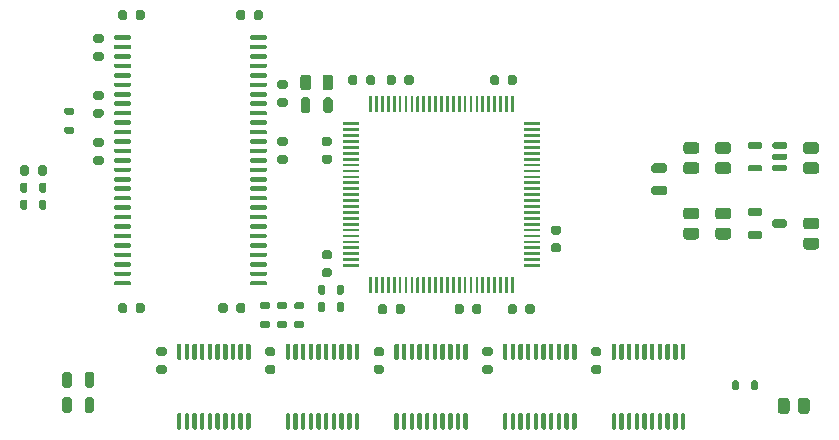
<source format=gtp>
G04 #@! TF.GenerationSoftware,KiCad,Pcbnew,(5.1.10-1-10_14)*
G04 #@! TF.CreationDate,2021-06-01T04:21:50-04:00*
G04 #@! TF.ProjectId,RAM2E,52414d32-452e-46b6-9963-61645f706362,2.0*
G04 #@! TF.SameCoordinates,Original*
G04 #@! TF.FileFunction,Paste,Top*
G04 #@! TF.FilePolarity,Positive*
%FSLAX46Y46*%
G04 Gerber Fmt 4.6, Leading zero omitted, Abs format (unit mm)*
G04 Created by KiCad (PCBNEW (5.1.10-1-10_14)) date 2021-06-01 04:21:50*
%MOMM*%
%LPD*%
G01*
G04 APERTURE LIST*
G04 APERTURE END LIST*
G36*
G01*
X229011900Y-98412800D02*
X229011900Y-99287200D01*
G75*
G02*
X228787200Y-99511900I-224700J0D01*
G01*
X228337800Y-99511900D01*
G75*
G02*
X228113100Y-99287200I0J224700D01*
G01*
X228113100Y-98412800D01*
G75*
G02*
X228337800Y-98188100I224700J0D01*
G01*
X228787200Y-98188100D01*
G75*
G02*
X229011900Y-98412800I0J-224700D01*
G01*
G37*
G36*
G01*
X230886900Y-98412800D02*
X230886900Y-99287200D01*
G75*
G02*
X230662200Y-99511900I-224700J0D01*
G01*
X230212800Y-99511900D01*
G75*
G02*
X229988100Y-99287200I0J224700D01*
G01*
X229988100Y-98412800D01*
G75*
G02*
X230212800Y-98188100I224700J0D01*
G01*
X230662200Y-98188100D01*
G75*
G02*
X230886900Y-98412800I0J-224700D01*
G01*
G37*
G36*
G01*
X230050000Y-101275000D02*
X230050000Y-100325000D01*
G75*
G02*
X230250000Y-100125000I200000J0D01*
G01*
X230650000Y-100125000D01*
G75*
G02*
X230850000Y-100325000I0J-200000D01*
G01*
X230850000Y-101275000D01*
G75*
G02*
X230650000Y-101475000I-200000J0D01*
G01*
X230250000Y-101475000D01*
G75*
G02*
X230050000Y-101275000I0J200000D01*
G01*
G37*
G36*
G01*
X228150000Y-101275000D02*
X228150000Y-100325000D01*
G75*
G02*
X228350000Y-100125000I200000J0D01*
G01*
X228750000Y-100125000D01*
G75*
G02*
X228950000Y-100325000I0J-200000D01*
G01*
X228950000Y-101275000D01*
G75*
G02*
X228750000Y-101475000I-200000J0D01*
G01*
X228350000Y-101475000D01*
G75*
G02*
X228150000Y-101275000I0J200000D01*
G01*
G37*
G36*
G01*
X227725000Y-117450000D02*
X228275000Y-117450000D01*
G75*
G02*
X228425000Y-117600000I0J-150000D01*
G01*
X228425000Y-117900000D01*
G75*
G02*
X228275000Y-118050000I-150000J0D01*
G01*
X227725000Y-118050000D01*
G75*
G02*
X227575000Y-117900000I0J150000D01*
G01*
X227575000Y-117600000D01*
G75*
G02*
X227725000Y-117450000I150000J0D01*
G01*
G37*
G36*
G01*
X227725000Y-119050000D02*
X228275000Y-119050000D01*
G75*
G02*
X228425000Y-119200000I0J-150000D01*
G01*
X228425000Y-119500000D01*
G75*
G02*
X228275000Y-119650000I-150000J0D01*
G01*
X227725000Y-119650000D01*
G75*
G02*
X227575000Y-119500000I0J150000D01*
G01*
X227575000Y-119200000D01*
G75*
G02*
X227725000Y-119050000I150000J0D01*
G01*
G37*
G36*
G01*
X226275000Y-119050000D02*
X226825000Y-119050000D01*
G75*
G02*
X226975000Y-119200000I0J-150000D01*
G01*
X226975000Y-119500000D01*
G75*
G02*
X226825000Y-119650000I-150000J0D01*
G01*
X226275000Y-119650000D01*
G75*
G02*
X226125000Y-119500000I0J150000D01*
G01*
X226125000Y-119200000D01*
G75*
G02*
X226275000Y-119050000I150000J0D01*
G01*
G37*
G36*
G01*
X226275000Y-117450000D02*
X226825000Y-117450000D01*
G75*
G02*
X226975000Y-117600000I0J-150000D01*
G01*
X226975000Y-117900000D01*
G75*
G02*
X226825000Y-118050000I-150000J0D01*
G01*
X226275000Y-118050000D01*
G75*
G02*
X226125000Y-117900000I0J150000D01*
G01*
X226125000Y-117600000D01*
G75*
G02*
X226275000Y-117450000I150000J0D01*
G01*
G37*
G36*
G01*
X208825000Y-101600000D02*
X208275000Y-101600000D01*
G75*
G02*
X208125000Y-101450000I0J150000D01*
G01*
X208125000Y-101150000D01*
G75*
G02*
X208275000Y-101000000I150000J0D01*
G01*
X208825000Y-101000000D01*
G75*
G02*
X208975000Y-101150000I0J-150000D01*
G01*
X208975000Y-101450000D01*
G75*
G02*
X208825000Y-101600000I-150000J0D01*
G01*
G37*
G36*
G01*
X208825000Y-103200000D02*
X208275000Y-103200000D01*
G75*
G02*
X208125000Y-103050000I0J150000D01*
G01*
X208125000Y-102750000D01*
G75*
G02*
X208275000Y-102600000I150000J0D01*
G01*
X208825000Y-102600000D01*
G75*
G02*
X208975000Y-102750000I0J-150000D01*
G01*
X208975000Y-103050000D01*
G75*
G02*
X208825000Y-103200000I-150000J0D01*
G01*
G37*
G36*
G01*
X231200000Y-116675000D02*
X231200000Y-116125000D01*
G75*
G02*
X231350000Y-115975000I150000J0D01*
G01*
X231650000Y-115975000D01*
G75*
G02*
X231800000Y-116125000I0J-150000D01*
G01*
X231800000Y-116675000D01*
G75*
G02*
X231650000Y-116825000I-150000J0D01*
G01*
X231350000Y-116825000D01*
G75*
G02*
X231200000Y-116675000I0J150000D01*
G01*
G37*
G36*
G01*
X229600000Y-116675000D02*
X229600000Y-116125000D01*
G75*
G02*
X229750000Y-115975000I150000J0D01*
G01*
X230050000Y-115975000D01*
G75*
G02*
X230200000Y-116125000I0J-150000D01*
G01*
X230200000Y-116675000D01*
G75*
G02*
X230050000Y-116825000I-150000J0D01*
G01*
X229750000Y-116825000D01*
G75*
G02*
X229600000Y-116675000I0J150000D01*
G01*
G37*
G36*
G01*
X229600000Y-118125000D02*
X229600000Y-117575000D01*
G75*
G02*
X229750000Y-117425000I150000J0D01*
G01*
X230050000Y-117425000D01*
G75*
G02*
X230200000Y-117575000I0J-150000D01*
G01*
X230200000Y-118125000D01*
G75*
G02*
X230050000Y-118275000I-150000J0D01*
G01*
X229750000Y-118275000D01*
G75*
G02*
X229600000Y-118125000I0J150000D01*
G01*
G37*
G36*
G01*
X231200000Y-118125000D02*
X231200000Y-117575000D01*
G75*
G02*
X231350000Y-117425000I150000J0D01*
G01*
X231650000Y-117425000D01*
G75*
G02*
X231800000Y-117575000I0J-150000D01*
G01*
X231800000Y-118125000D01*
G75*
G02*
X231650000Y-118275000I-150000J0D01*
G01*
X231350000Y-118275000D01*
G75*
G02*
X231200000Y-118125000I0J150000D01*
G01*
G37*
G36*
G01*
X205000000Y-108925000D02*
X205000000Y-109475000D01*
G75*
G02*
X204850000Y-109625000I-150000J0D01*
G01*
X204550000Y-109625000D01*
G75*
G02*
X204400000Y-109475000I0J150000D01*
G01*
X204400000Y-108925000D01*
G75*
G02*
X204550000Y-108775000I150000J0D01*
G01*
X204850000Y-108775000D01*
G75*
G02*
X205000000Y-108925000I0J-150000D01*
G01*
G37*
G36*
G01*
X206600000Y-108925000D02*
X206600000Y-109475000D01*
G75*
G02*
X206450000Y-109625000I-150000J0D01*
G01*
X206150000Y-109625000D01*
G75*
G02*
X206000000Y-109475000I0J150000D01*
G01*
X206000000Y-108925000D01*
G75*
G02*
X206150000Y-108775000I150000J0D01*
G01*
X206450000Y-108775000D01*
G75*
G02*
X206600000Y-108925000I0J-150000D01*
G01*
G37*
G36*
G01*
X248415000Y-114292500D02*
X248415000Y-114407500D01*
G75*
G02*
X248357500Y-114465000I-57500J0D01*
G01*
X247067500Y-114465000D01*
G75*
G02*
X247010000Y-114407500I0J57500D01*
G01*
X247010000Y-114292500D01*
G75*
G02*
X247067500Y-114235000I57500J0D01*
G01*
X248357500Y-114235000D01*
G75*
G02*
X248415000Y-114292500I0J-57500D01*
G01*
G37*
G36*
G01*
X248415000Y-113792500D02*
X248415000Y-113907500D01*
G75*
G02*
X248357500Y-113965000I-57500J0D01*
G01*
X247067500Y-113965000D01*
G75*
G02*
X247010000Y-113907500I0J57500D01*
G01*
X247010000Y-113792500D01*
G75*
G02*
X247067500Y-113735000I57500J0D01*
G01*
X248357500Y-113735000D01*
G75*
G02*
X248415000Y-113792500I0J-57500D01*
G01*
G37*
G36*
G01*
X248415000Y-113292500D02*
X248415000Y-113407500D01*
G75*
G02*
X248357500Y-113465000I-57500J0D01*
G01*
X247067500Y-113465000D01*
G75*
G02*
X247010000Y-113407500I0J57500D01*
G01*
X247010000Y-113292500D01*
G75*
G02*
X247067500Y-113235000I57500J0D01*
G01*
X248357500Y-113235000D01*
G75*
G02*
X248415000Y-113292500I0J-57500D01*
G01*
G37*
G36*
G01*
X248415000Y-112792500D02*
X248415000Y-112907500D01*
G75*
G02*
X248357500Y-112965000I-57500J0D01*
G01*
X247067500Y-112965000D01*
G75*
G02*
X247010000Y-112907500I0J57500D01*
G01*
X247010000Y-112792500D01*
G75*
G02*
X247067500Y-112735000I57500J0D01*
G01*
X248357500Y-112735000D01*
G75*
G02*
X248415000Y-112792500I0J-57500D01*
G01*
G37*
G36*
G01*
X248415000Y-112292500D02*
X248415000Y-112407500D01*
G75*
G02*
X248357500Y-112465000I-57500J0D01*
G01*
X247067500Y-112465000D01*
G75*
G02*
X247010000Y-112407500I0J57500D01*
G01*
X247010000Y-112292500D01*
G75*
G02*
X247067500Y-112235000I57500J0D01*
G01*
X248357500Y-112235000D01*
G75*
G02*
X248415000Y-112292500I0J-57500D01*
G01*
G37*
G36*
G01*
X248415000Y-111792500D02*
X248415000Y-111907500D01*
G75*
G02*
X248357500Y-111965000I-57500J0D01*
G01*
X247067500Y-111965000D01*
G75*
G02*
X247010000Y-111907500I0J57500D01*
G01*
X247010000Y-111792500D01*
G75*
G02*
X247067500Y-111735000I57500J0D01*
G01*
X248357500Y-111735000D01*
G75*
G02*
X248415000Y-111792500I0J-57500D01*
G01*
G37*
G36*
G01*
X248415000Y-111292500D02*
X248415000Y-111407500D01*
G75*
G02*
X248357500Y-111465000I-57500J0D01*
G01*
X247067500Y-111465000D01*
G75*
G02*
X247010000Y-111407500I0J57500D01*
G01*
X247010000Y-111292500D01*
G75*
G02*
X247067500Y-111235000I57500J0D01*
G01*
X248357500Y-111235000D01*
G75*
G02*
X248415000Y-111292500I0J-57500D01*
G01*
G37*
G36*
G01*
X248415000Y-110792500D02*
X248415000Y-110907500D01*
G75*
G02*
X248357500Y-110965000I-57500J0D01*
G01*
X247067500Y-110965000D01*
G75*
G02*
X247010000Y-110907500I0J57500D01*
G01*
X247010000Y-110792500D01*
G75*
G02*
X247067500Y-110735000I57500J0D01*
G01*
X248357500Y-110735000D01*
G75*
G02*
X248415000Y-110792500I0J-57500D01*
G01*
G37*
G36*
G01*
X248415000Y-110292500D02*
X248415000Y-110407500D01*
G75*
G02*
X248357500Y-110465000I-57500J0D01*
G01*
X247067500Y-110465000D01*
G75*
G02*
X247010000Y-110407500I0J57500D01*
G01*
X247010000Y-110292500D01*
G75*
G02*
X247067500Y-110235000I57500J0D01*
G01*
X248357500Y-110235000D01*
G75*
G02*
X248415000Y-110292500I0J-57500D01*
G01*
G37*
G36*
G01*
X248415000Y-109792500D02*
X248415000Y-109907500D01*
G75*
G02*
X248357500Y-109965000I-57500J0D01*
G01*
X247067500Y-109965000D01*
G75*
G02*
X247010000Y-109907500I0J57500D01*
G01*
X247010000Y-109792500D01*
G75*
G02*
X247067500Y-109735000I57500J0D01*
G01*
X248357500Y-109735000D01*
G75*
G02*
X248415000Y-109792500I0J-57500D01*
G01*
G37*
G36*
G01*
X248415000Y-109292500D02*
X248415000Y-109407500D01*
G75*
G02*
X248357500Y-109465000I-57500J0D01*
G01*
X247067500Y-109465000D01*
G75*
G02*
X247010000Y-109407500I0J57500D01*
G01*
X247010000Y-109292500D01*
G75*
G02*
X247067500Y-109235000I57500J0D01*
G01*
X248357500Y-109235000D01*
G75*
G02*
X248415000Y-109292500I0J-57500D01*
G01*
G37*
G36*
G01*
X248415000Y-108792500D02*
X248415000Y-108907500D01*
G75*
G02*
X248357500Y-108965000I-57500J0D01*
G01*
X247067500Y-108965000D01*
G75*
G02*
X247010000Y-108907500I0J57500D01*
G01*
X247010000Y-108792500D01*
G75*
G02*
X247067500Y-108735000I57500J0D01*
G01*
X248357500Y-108735000D01*
G75*
G02*
X248415000Y-108792500I0J-57500D01*
G01*
G37*
G36*
G01*
X248415000Y-108292500D02*
X248415000Y-108407500D01*
G75*
G02*
X248357500Y-108465000I-57500J0D01*
G01*
X247067500Y-108465000D01*
G75*
G02*
X247010000Y-108407500I0J57500D01*
G01*
X247010000Y-108292500D01*
G75*
G02*
X247067500Y-108235000I57500J0D01*
G01*
X248357500Y-108235000D01*
G75*
G02*
X248415000Y-108292500I0J-57500D01*
G01*
G37*
G36*
G01*
X248415000Y-107792500D02*
X248415000Y-107907500D01*
G75*
G02*
X248357500Y-107965000I-57500J0D01*
G01*
X247067500Y-107965000D01*
G75*
G02*
X247010000Y-107907500I0J57500D01*
G01*
X247010000Y-107792500D01*
G75*
G02*
X247067500Y-107735000I57500J0D01*
G01*
X248357500Y-107735000D01*
G75*
G02*
X248415000Y-107792500I0J-57500D01*
G01*
G37*
G36*
G01*
X248415000Y-107292500D02*
X248415000Y-107407500D01*
G75*
G02*
X248357500Y-107465000I-57500J0D01*
G01*
X247067500Y-107465000D01*
G75*
G02*
X247010000Y-107407500I0J57500D01*
G01*
X247010000Y-107292500D01*
G75*
G02*
X247067500Y-107235000I57500J0D01*
G01*
X248357500Y-107235000D01*
G75*
G02*
X248415000Y-107292500I0J-57500D01*
G01*
G37*
G36*
G01*
X248415000Y-106792500D02*
X248415000Y-106907500D01*
G75*
G02*
X248357500Y-106965000I-57500J0D01*
G01*
X247067500Y-106965000D01*
G75*
G02*
X247010000Y-106907500I0J57500D01*
G01*
X247010000Y-106792500D01*
G75*
G02*
X247067500Y-106735000I57500J0D01*
G01*
X248357500Y-106735000D01*
G75*
G02*
X248415000Y-106792500I0J-57500D01*
G01*
G37*
G36*
G01*
X248415000Y-106292500D02*
X248415000Y-106407500D01*
G75*
G02*
X248357500Y-106465000I-57500J0D01*
G01*
X247067500Y-106465000D01*
G75*
G02*
X247010000Y-106407500I0J57500D01*
G01*
X247010000Y-106292500D01*
G75*
G02*
X247067500Y-106235000I57500J0D01*
G01*
X248357500Y-106235000D01*
G75*
G02*
X248415000Y-106292500I0J-57500D01*
G01*
G37*
G36*
G01*
X248415000Y-105792500D02*
X248415000Y-105907500D01*
G75*
G02*
X248357500Y-105965000I-57500J0D01*
G01*
X247067500Y-105965000D01*
G75*
G02*
X247010000Y-105907500I0J57500D01*
G01*
X247010000Y-105792500D01*
G75*
G02*
X247067500Y-105735000I57500J0D01*
G01*
X248357500Y-105735000D01*
G75*
G02*
X248415000Y-105792500I0J-57500D01*
G01*
G37*
G36*
G01*
X248415000Y-105292500D02*
X248415000Y-105407500D01*
G75*
G02*
X248357500Y-105465000I-57500J0D01*
G01*
X247067500Y-105465000D01*
G75*
G02*
X247010000Y-105407500I0J57500D01*
G01*
X247010000Y-105292500D01*
G75*
G02*
X247067500Y-105235000I57500J0D01*
G01*
X248357500Y-105235000D01*
G75*
G02*
X248415000Y-105292500I0J-57500D01*
G01*
G37*
G36*
G01*
X248415000Y-104792500D02*
X248415000Y-104907500D01*
G75*
G02*
X248357500Y-104965000I-57500J0D01*
G01*
X247067500Y-104965000D01*
G75*
G02*
X247010000Y-104907500I0J57500D01*
G01*
X247010000Y-104792500D01*
G75*
G02*
X247067500Y-104735000I57500J0D01*
G01*
X248357500Y-104735000D01*
G75*
G02*
X248415000Y-104792500I0J-57500D01*
G01*
G37*
G36*
G01*
X248415000Y-104292500D02*
X248415000Y-104407500D01*
G75*
G02*
X248357500Y-104465000I-57500J0D01*
G01*
X247067500Y-104465000D01*
G75*
G02*
X247010000Y-104407500I0J57500D01*
G01*
X247010000Y-104292500D01*
G75*
G02*
X247067500Y-104235000I57500J0D01*
G01*
X248357500Y-104235000D01*
G75*
G02*
X248415000Y-104292500I0J-57500D01*
G01*
G37*
G36*
G01*
X248415000Y-103792500D02*
X248415000Y-103907500D01*
G75*
G02*
X248357500Y-103965000I-57500J0D01*
G01*
X247067500Y-103965000D01*
G75*
G02*
X247010000Y-103907500I0J57500D01*
G01*
X247010000Y-103792500D01*
G75*
G02*
X247067500Y-103735000I57500J0D01*
G01*
X248357500Y-103735000D01*
G75*
G02*
X248415000Y-103792500I0J-57500D01*
G01*
G37*
G36*
G01*
X248415000Y-103292500D02*
X248415000Y-103407500D01*
G75*
G02*
X248357500Y-103465000I-57500J0D01*
G01*
X247067500Y-103465000D01*
G75*
G02*
X247010000Y-103407500I0J57500D01*
G01*
X247010000Y-103292500D01*
G75*
G02*
X247067500Y-103235000I57500J0D01*
G01*
X248357500Y-103235000D01*
G75*
G02*
X248415000Y-103292500I0J-57500D01*
G01*
G37*
G36*
G01*
X248415000Y-102792500D02*
X248415000Y-102907500D01*
G75*
G02*
X248357500Y-102965000I-57500J0D01*
G01*
X247067500Y-102965000D01*
G75*
G02*
X247010000Y-102907500I0J57500D01*
G01*
X247010000Y-102792500D01*
G75*
G02*
X247067500Y-102735000I57500J0D01*
G01*
X248357500Y-102735000D01*
G75*
G02*
X248415000Y-102792500I0J-57500D01*
G01*
G37*
G36*
G01*
X248415000Y-102292500D02*
X248415000Y-102407500D01*
G75*
G02*
X248357500Y-102465000I-57500J0D01*
G01*
X247067500Y-102465000D01*
G75*
G02*
X247010000Y-102407500I0J57500D01*
G01*
X247010000Y-102292500D01*
G75*
G02*
X247067500Y-102235000I57500J0D01*
G01*
X248357500Y-102235000D01*
G75*
G02*
X248415000Y-102292500I0J-57500D01*
G01*
G37*
G36*
G01*
X246165000Y-100042500D02*
X246165000Y-101332500D01*
G75*
G02*
X246107500Y-101390000I-57500J0D01*
G01*
X245992500Y-101390000D01*
G75*
G02*
X245935000Y-101332500I0J57500D01*
G01*
X245935000Y-100042500D01*
G75*
G02*
X245992500Y-99985000I57500J0D01*
G01*
X246107500Y-99985000D01*
G75*
G02*
X246165000Y-100042500I0J-57500D01*
G01*
G37*
G36*
G01*
X245665000Y-100042500D02*
X245665000Y-101332500D01*
G75*
G02*
X245607500Y-101390000I-57500J0D01*
G01*
X245492500Y-101390000D01*
G75*
G02*
X245435000Y-101332500I0J57500D01*
G01*
X245435000Y-100042500D01*
G75*
G02*
X245492500Y-99985000I57500J0D01*
G01*
X245607500Y-99985000D01*
G75*
G02*
X245665000Y-100042500I0J-57500D01*
G01*
G37*
G36*
G01*
X245165000Y-100042500D02*
X245165000Y-101332500D01*
G75*
G02*
X245107500Y-101390000I-57500J0D01*
G01*
X244992500Y-101390000D01*
G75*
G02*
X244935000Y-101332500I0J57500D01*
G01*
X244935000Y-100042500D01*
G75*
G02*
X244992500Y-99985000I57500J0D01*
G01*
X245107500Y-99985000D01*
G75*
G02*
X245165000Y-100042500I0J-57500D01*
G01*
G37*
G36*
G01*
X244665000Y-100042500D02*
X244665000Y-101332500D01*
G75*
G02*
X244607500Y-101390000I-57500J0D01*
G01*
X244492500Y-101390000D01*
G75*
G02*
X244435000Y-101332500I0J57500D01*
G01*
X244435000Y-100042500D01*
G75*
G02*
X244492500Y-99985000I57500J0D01*
G01*
X244607500Y-99985000D01*
G75*
G02*
X244665000Y-100042500I0J-57500D01*
G01*
G37*
G36*
G01*
X244165000Y-100042500D02*
X244165000Y-101332500D01*
G75*
G02*
X244107500Y-101390000I-57500J0D01*
G01*
X243992500Y-101390000D01*
G75*
G02*
X243935000Y-101332500I0J57500D01*
G01*
X243935000Y-100042500D01*
G75*
G02*
X243992500Y-99985000I57500J0D01*
G01*
X244107500Y-99985000D01*
G75*
G02*
X244165000Y-100042500I0J-57500D01*
G01*
G37*
G36*
G01*
X243665000Y-100042500D02*
X243665000Y-101332500D01*
G75*
G02*
X243607500Y-101390000I-57500J0D01*
G01*
X243492500Y-101390000D01*
G75*
G02*
X243435000Y-101332500I0J57500D01*
G01*
X243435000Y-100042500D01*
G75*
G02*
X243492500Y-99985000I57500J0D01*
G01*
X243607500Y-99985000D01*
G75*
G02*
X243665000Y-100042500I0J-57500D01*
G01*
G37*
G36*
G01*
X243165000Y-100042500D02*
X243165000Y-101332500D01*
G75*
G02*
X243107500Y-101390000I-57500J0D01*
G01*
X242992500Y-101390000D01*
G75*
G02*
X242935000Y-101332500I0J57500D01*
G01*
X242935000Y-100042500D01*
G75*
G02*
X242992500Y-99985000I57500J0D01*
G01*
X243107500Y-99985000D01*
G75*
G02*
X243165000Y-100042500I0J-57500D01*
G01*
G37*
G36*
G01*
X242665000Y-100042500D02*
X242665000Y-101332500D01*
G75*
G02*
X242607500Y-101390000I-57500J0D01*
G01*
X242492500Y-101390000D01*
G75*
G02*
X242435000Y-101332500I0J57500D01*
G01*
X242435000Y-100042500D01*
G75*
G02*
X242492500Y-99985000I57500J0D01*
G01*
X242607500Y-99985000D01*
G75*
G02*
X242665000Y-100042500I0J-57500D01*
G01*
G37*
G36*
G01*
X242165000Y-100042500D02*
X242165000Y-101332500D01*
G75*
G02*
X242107500Y-101390000I-57500J0D01*
G01*
X241992500Y-101390000D01*
G75*
G02*
X241935000Y-101332500I0J57500D01*
G01*
X241935000Y-100042500D01*
G75*
G02*
X241992500Y-99985000I57500J0D01*
G01*
X242107500Y-99985000D01*
G75*
G02*
X242165000Y-100042500I0J-57500D01*
G01*
G37*
G36*
G01*
X241665000Y-100042500D02*
X241665000Y-101332500D01*
G75*
G02*
X241607500Y-101390000I-57500J0D01*
G01*
X241492500Y-101390000D01*
G75*
G02*
X241435000Y-101332500I0J57500D01*
G01*
X241435000Y-100042500D01*
G75*
G02*
X241492500Y-99985000I57500J0D01*
G01*
X241607500Y-99985000D01*
G75*
G02*
X241665000Y-100042500I0J-57500D01*
G01*
G37*
G36*
G01*
X241165000Y-100042500D02*
X241165000Y-101332500D01*
G75*
G02*
X241107500Y-101390000I-57500J0D01*
G01*
X240992500Y-101390000D01*
G75*
G02*
X240935000Y-101332500I0J57500D01*
G01*
X240935000Y-100042500D01*
G75*
G02*
X240992500Y-99985000I57500J0D01*
G01*
X241107500Y-99985000D01*
G75*
G02*
X241165000Y-100042500I0J-57500D01*
G01*
G37*
G36*
G01*
X240665000Y-100042500D02*
X240665000Y-101332500D01*
G75*
G02*
X240607500Y-101390000I-57500J0D01*
G01*
X240492500Y-101390000D01*
G75*
G02*
X240435000Y-101332500I0J57500D01*
G01*
X240435000Y-100042500D01*
G75*
G02*
X240492500Y-99985000I57500J0D01*
G01*
X240607500Y-99985000D01*
G75*
G02*
X240665000Y-100042500I0J-57500D01*
G01*
G37*
G36*
G01*
X240165000Y-100042500D02*
X240165000Y-101332500D01*
G75*
G02*
X240107500Y-101390000I-57500J0D01*
G01*
X239992500Y-101390000D01*
G75*
G02*
X239935000Y-101332500I0J57500D01*
G01*
X239935000Y-100042500D01*
G75*
G02*
X239992500Y-99985000I57500J0D01*
G01*
X240107500Y-99985000D01*
G75*
G02*
X240165000Y-100042500I0J-57500D01*
G01*
G37*
G36*
G01*
X239665000Y-100042500D02*
X239665000Y-101332500D01*
G75*
G02*
X239607500Y-101390000I-57500J0D01*
G01*
X239492500Y-101390000D01*
G75*
G02*
X239435000Y-101332500I0J57500D01*
G01*
X239435000Y-100042500D01*
G75*
G02*
X239492500Y-99985000I57500J0D01*
G01*
X239607500Y-99985000D01*
G75*
G02*
X239665000Y-100042500I0J-57500D01*
G01*
G37*
G36*
G01*
X239165000Y-100042500D02*
X239165000Y-101332500D01*
G75*
G02*
X239107500Y-101390000I-57500J0D01*
G01*
X238992500Y-101390000D01*
G75*
G02*
X238935000Y-101332500I0J57500D01*
G01*
X238935000Y-100042500D01*
G75*
G02*
X238992500Y-99985000I57500J0D01*
G01*
X239107500Y-99985000D01*
G75*
G02*
X239165000Y-100042500I0J-57500D01*
G01*
G37*
G36*
G01*
X238665000Y-100042500D02*
X238665000Y-101332500D01*
G75*
G02*
X238607500Y-101390000I-57500J0D01*
G01*
X238492500Y-101390000D01*
G75*
G02*
X238435000Y-101332500I0J57500D01*
G01*
X238435000Y-100042500D01*
G75*
G02*
X238492500Y-99985000I57500J0D01*
G01*
X238607500Y-99985000D01*
G75*
G02*
X238665000Y-100042500I0J-57500D01*
G01*
G37*
G36*
G01*
X238165000Y-100042500D02*
X238165000Y-101332500D01*
G75*
G02*
X238107500Y-101390000I-57500J0D01*
G01*
X237992500Y-101390000D01*
G75*
G02*
X237935000Y-101332500I0J57500D01*
G01*
X237935000Y-100042500D01*
G75*
G02*
X237992500Y-99985000I57500J0D01*
G01*
X238107500Y-99985000D01*
G75*
G02*
X238165000Y-100042500I0J-57500D01*
G01*
G37*
G36*
G01*
X237665000Y-100042500D02*
X237665000Y-101332500D01*
G75*
G02*
X237607500Y-101390000I-57500J0D01*
G01*
X237492500Y-101390000D01*
G75*
G02*
X237435000Y-101332500I0J57500D01*
G01*
X237435000Y-100042500D01*
G75*
G02*
X237492500Y-99985000I57500J0D01*
G01*
X237607500Y-99985000D01*
G75*
G02*
X237665000Y-100042500I0J-57500D01*
G01*
G37*
G36*
G01*
X237165000Y-100042500D02*
X237165000Y-101332500D01*
G75*
G02*
X237107500Y-101390000I-57500J0D01*
G01*
X236992500Y-101390000D01*
G75*
G02*
X236935000Y-101332500I0J57500D01*
G01*
X236935000Y-100042500D01*
G75*
G02*
X236992500Y-99985000I57500J0D01*
G01*
X237107500Y-99985000D01*
G75*
G02*
X237165000Y-100042500I0J-57500D01*
G01*
G37*
G36*
G01*
X236665000Y-100042500D02*
X236665000Y-101332500D01*
G75*
G02*
X236607500Y-101390000I-57500J0D01*
G01*
X236492500Y-101390000D01*
G75*
G02*
X236435000Y-101332500I0J57500D01*
G01*
X236435000Y-100042500D01*
G75*
G02*
X236492500Y-99985000I57500J0D01*
G01*
X236607500Y-99985000D01*
G75*
G02*
X236665000Y-100042500I0J-57500D01*
G01*
G37*
G36*
G01*
X236165000Y-100042500D02*
X236165000Y-101332500D01*
G75*
G02*
X236107500Y-101390000I-57500J0D01*
G01*
X235992500Y-101390000D01*
G75*
G02*
X235935000Y-101332500I0J57500D01*
G01*
X235935000Y-100042500D01*
G75*
G02*
X235992500Y-99985000I57500J0D01*
G01*
X236107500Y-99985000D01*
G75*
G02*
X236165000Y-100042500I0J-57500D01*
G01*
G37*
G36*
G01*
X235665000Y-100042500D02*
X235665000Y-101332500D01*
G75*
G02*
X235607500Y-101390000I-57500J0D01*
G01*
X235492500Y-101390000D01*
G75*
G02*
X235435000Y-101332500I0J57500D01*
G01*
X235435000Y-100042500D01*
G75*
G02*
X235492500Y-99985000I57500J0D01*
G01*
X235607500Y-99985000D01*
G75*
G02*
X235665000Y-100042500I0J-57500D01*
G01*
G37*
G36*
G01*
X235165000Y-100042500D02*
X235165000Y-101332500D01*
G75*
G02*
X235107500Y-101390000I-57500J0D01*
G01*
X234992500Y-101390000D01*
G75*
G02*
X234935000Y-101332500I0J57500D01*
G01*
X234935000Y-100042500D01*
G75*
G02*
X234992500Y-99985000I57500J0D01*
G01*
X235107500Y-99985000D01*
G75*
G02*
X235165000Y-100042500I0J-57500D01*
G01*
G37*
G36*
G01*
X234665000Y-100042500D02*
X234665000Y-101332500D01*
G75*
G02*
X234607500Y-101390000I-57500J0D01*
G01*
X234492500Y-101390000D01*
G75*
G02*
X234435000Y-101332500I0J57500D01*
G01*
X234435000Y-100042500D01*
G75*
G02*
X234492500Y-99985000I57500J0D01*
G01*
X234607500Y-99985000D01*
G75*
G02*
X234665000Y-100042500I0J-57500D01*
G01*
G37*
G36*
G01*
X234165000Y-100042500D02*
X234165000Y-101332500D01*
G75*
G02*
X234107500Y-101390000I-57500J0D01*
G01*
X233992500Y-101390000D01*
G75*
G02*
X233935000Y-101332500I0J57500D01*
G01*
X233935000Y-100042500D01*
G75*
G02*
X233992500Y-99985000I57500J0D01*
G01*
X234107500Y-99985000D01*
G75*
G02*
X234165000Y-100042500I0J-57500D01*
G01*
G37*
G36*
G01*
X233090000Y-102292500D02*
X233090000Y-102407500D01*
G75*
G02*
X233032500Y-102465000I-57500J0D01*
G01*
X231742500Y-102465000D01*
G75*
G02*
X231685000Y-102407500I0J57500D01*
G01*
X231685000Y-102292500D01*
G75*
G02*
X231742500Y-102235000I57500J0D01*
G01*
X233032500Y-102235000D01*
G75*
G02*
X233090000Y-102292500I0J-57500D01*
G01*
G37*
G36*
G01*
X233090000Y-102792500D02*
X233090000Y-102907500D01*
G75*
G02*
X233032500Y-102965000I-57500J0D01*
G01*
X231742500Y-102965000D01*
G75*
G02*
X231685000Y-102907500I0J57500D01*
G01*
X231685000Y-102792500D01*
G75*
G02*
X231742500Y-102735000I57500J0D01*
G01*
X233032500Y-102735000D01*
G75*
G02*
X233090000Y-102792500I0J-57500D01*
G01*
G37*
G36*
G01*
X233090000Y-103292500D02*
X233090000Y-103407500D01*
G75*
G02*
X233032500Y-103465000I-57500J0D01*
G01*
X231742500Y-103465000D01*
G75*
G02*
X231685000Y-103407500I0J57500D01*
G01*
X231685000Y-103292500D01*
G75*
G02*
X231742500Y-103235000I57500J0D01*
G01*
X233032500Y-103235000D01*
G75*
G02*
X233090000Y-103292500I0J-57500D01*
G01*
G37*
G36*
G01*
X233090000Y-103792500D02*
X233090000Y-103907500D01*
G75*
G02*
X233032500Y-103965000I-57500J0D01*
G01*
X231742500Y-103965000D01*
G75*
G02*
X231685000Y-103907500I0J57500D01*
G01*
X231685000Y-103792500D01*
G75*
G02*
X231742500Y-103735000I57500J0D01*
G01*
X233032500Y-103735000D01*
G75*
G02*
X233090000Y-103792500I0J-57500D01*
G01*
G37*
G36*
G01*
X233090000Y-104292500D02*
X233090000Y-104407500D01*
G75*
G02*
X233032500Y-104465000I-57500J0D01*
G01*
X231742500Y-104465000D01*
G75*
G02*
X231685000Y-104407500I0J57500D01*
G01*
X231685000Y-104292500D01*
G75*
G02*
X231742500Y-104235000I57500J0D01*
G01*
X233032500Y-104235000D01*
G75*
G02*
X233090000Y-104292500I0J-57500D01*
G01*
G37*
G36*
G01*
X233090000Y-104792500D02*
X233090000Y-104907500D01*
G75*
G02*
X233032500Y-104965000I-57500J0D01*
G01*
X231742500Y-104965000D01*
G75*
G02*
X231685000Y-104907500I0J57500D01*
G01*
X231685000Y-104792500D01*
G75*
G02*
X231742500Y-104735000I57500J0D01*
G01*
X233032500Y-104735000D01*
G75*
G02*
X233090000Y-104792500I0J-57500D01*
G01*
G37*
G36*
G01*
X233090000Y-105292500D02*
X233090000Y-105407500D01*
G75*
G02*
X233032500Y-105465000I-57500J0D01*
G01*
X231742500Y-105465000D01*
G75*
G02*
X231685000Y-105407500I0J57500D01*
G01*
X231685000Y-105292500D01*
G75*
G02*
X231742500Y-105235000I57500J0D01*
G01*
X233032500Y-105235000D01*
G75*
G02*
X233090000Y-105292500I0J-57500D01*
G01*
G37*
G36*
G01*
X233090000Y-105792500D02*
X233090000Y-105907500D01*
G75*
G02*
X233032500Y-105965000I-57500J0D01*
G01*
X231742500Y-105965000D01*
G75*
G02*
X231685000Y-105907500I0J57500D01*
G01*
X231685000Y-105792500D01*
G75*
G02*
X231742500Y-105735000I57500J0D01*
G01*
X233032500Y-105735000D01*
G75*
G02*
X233090000Y-105792500I0J-57500D01*
G01*
G37*
G36*
G01*
X233090000Y-106292500D02*
X233090000Y-106407500D01*
G75*
G02*
X233032500Y-106465000I-57500J0D01*
G01*
X231742500Y-106465000D01*
G75*
G02*
X231685000Y-106407500I0J57500D01*
G01*
X231685000Y-106292500D01*
G75*
G02*
X231742500Y-106235000I57500J0D01*
G01*
X233032500Y-106235000D01*
G75*
G02*
X233090000Y-106292500I0J-57500D01*
G01*
G37*
G36*
G01*
X233090000Y-106792500D02*
X233090000Y-106907500D01*
G75*
G02*
X233032500Y-106965000I-57500J0D01*
G01*
X231742500Y-106965000D01*
G75*
G02*
X231685000Y-106907500I0J57500D01*
G01*
X231685000Y-106792500D01*
G75*
G02*
X231742500Y-106735000I57500J0D01*
G01*
X233032500Y-106735000D01*
G75*
G02*
X233090000Y-106792500I0J-57500D01*
G01*
G37*
G36*
G01*
X233090000Y-107292500D02*
X233090000Y-107407500D01*
G75*
G02*
X233032500Y-107465000I-57500J0D01*
G01*
X231742500Y-107465000D01*
G75*
G02*
X231685000Y-107407500I0J57500D01*
G01*
X231685000Y-107292500D01*
G75*
G02*
X231742500Y-107235000I57500J0D01*
G01*
X233032500Y-107235000D01*
G75*
G02*
X233090000Y-107292500I0J-57500D01*
G01*
G37*
G36*
G01*
X233090000Y-107792500D02*
X233090000Y-107907500D01*
G75*
G02*
X233032500Y-107965000I-57500J0D01*
G01*
X231742500Y-107965000D01*
G75*
G02*
X231685000Y-107907500I0J57500D01*
G01*
X231685000Y-107792500D01*
G75*
G02*
X231742500Y-107735000I57500J0D01*
G01*
X233032500Y-107735000D01*
G75*
G02*
X233090000Y-107792500I0J-57500D01*
G01*
G37*
G36*
G01*
X233090000Y-108292500D02*
X233090000Y-108407500D01*
G75*
G02*
X233032500Y-108465000I-57500J0D01*
G01*
X231742500Y-108465000D01*
G75*
G02*
X231685000Y-108407500I0J57500D01*
G01*
X231685000Y-108292500D01*
G75*
G02*
X231742500Y-108235000I57500J0D01*
G01*
X233032500Y-108235000D01*
G75*
G02*
X233090000Y-108292500I0J-57500D01*
G01*
G37*
G36*
G01*
X233090000Y-108792500D02*
X233090000Y-108907500D01*
G75*
G02*
X233032500Y-108965000I-57500J0D01*
G01*
X231742500Y-108965000D01*
G75*
G02*
X231685000Y-108907500I0J57500D01*
G01*
X231685000Y-108792500D01*
G75*
G02*
X231742500Y-108735000I57500J0D01*
G01*
X233032500Y-108735000D01*
G75*
G02*
X233090000Y-108792500I0J-57500D01*
G01*
G37*
G36*
G01*
X233090000Y-109292500D02*
X233090000Y-109407500D01*
G75*
G02*
X233032500Y-109465000I-57500J0D01*
G01*
X231742500Y-109465000D01*
G75*
G02*
X231685000Y-109407500I0J57500D01*
G01*
X231685000Y-109292500D01*
G75*
G02*
X231742500Y-109235000I57500J0D01*
G01*
X233032500Y-109235000D01*
G75*
G02*
X233090000Y-109292500I0J-57500D01*
G01*
G37*
G36*
G01*
X233090000Y-109792500D02*
X233090000Y-109907500D01*
G75*
G02*
X233032500Y-109965000I-57500J0D01*
G01*
X231742500Y-109965000D01*
G75*
G02*
X231685000Y-109907500I0J57500D01*
G01*
X231685000Y-109792500D01*
G75*
G02*
X231742500Y-109735000I57500J0D01*
G01*
X233032500Y-109735000D01*
G75*
G02*
X233090000Y-109792500I0J-57500D01*
G01*
G37*
G36*
G01*
X233090000Y-110292500D02*
X233090000Y-110407500D01*
G75*
G02*
X233032500Y-110465000I-57500J0D01*
G01*
X231742500Y-110465000D01*
G75*
G02*
X231685000Y-110407500I0J57500D01*
G01*
X231685000Y-110292500D01*
G75*
G02*
X231742500Y-110235000I57500J0D01*
G01*
X233032500Y-110235000D01*
G75*
G02*
X233090000Y-110292500I0J-57500D01*
G01*
G37*
G36*
G01*
X233090000Y-110792500D02*
X233090000Y-110907500D01*
G75*
G02*
X233032500Y-110965000I-57500J0D01*
G01*
X231742500Y-110965000D01*
G75*
G02*
X231685000Y-110907500I0J57500D01*
G01*
X231685000Y-110792500D01*
G75*
G02*
X231742500Y-110735000I57500J0D01*
G01*
X233032500Y-110735000D01*
G75*
G02*
X233090000Y-110792500I0J-57500D01*
G01*
G37*
G36*
G01*
X233090000Y-111292500D02*
X233090000Y-111407500D01*
G75*
G02*
X233032500Y-111465000I-57500J0D01*
G01*
X231742500Y-111465000D01*
G75*
G02*
X231685000Y-111407500I0J57500D01*
G01*
X231685000Y-111292500D01*
G75*
G02*
X231742500Y-111235000I57500J0D01*
G01*
X233032500Y-111235000D01*
G75*
G02*
X233090000Y-111292500I0J-57500D01*
G01*
G37*
G36*
G01*
X233090000Y-111792500D02*
X233090000Y-111907500D01*
G75*
G02*
X233032500Y-111965000I-57500J0D01*
G01*
X231742500Y-111965000D01*
G75*
G02*
X231685000Y-111907500I0J57500D01*
G01*
X231685000Y-111792500D01*
G75*
G02*
X231742500Y-111735000I57500J0D01*
G01*
X233032500Y-111735000D01*
G75*
G02*
X233090000Y-111792500I0J-57500D01*
G01*
G37*
G36*
G01*
X233090000Y-112292500D02*
X233090000Y-112407500D01*
G75*
G02*
X233032500Y-112465000I-57500J0D01*
G01*
X231742500Y-112465000D01*
G75*
G02*
X231685000Y-112407500I0J57500D01*
G01*
X231685000Y-112292500D01*
G75*
G02*
X231742500Y-112235000I57500J0D01*
G01*
X233032500Y-112235000D01*
G75*
G02*
X233090000Y-112292500I0J-57500D01*
G01*
G37*
G36*
G01*
X233090000Y-112792500D02*
X233090000Y-112907500D01*
G75*
G02*
X233032500Y-112965000I-57500J0D01*
G01*
X231742500Y-112965000D01*
G75*
G02*
X231685000Y-112907500I0J57500D01*
G01*
X231685000Y-112792500D01*
G75*
G02*
X231742500Y-112735000I57500J0D01*
G01*
X233032500Y-112735000D01*
G75*
G02*
X233090000Y-112792500I0J-57500D01*
G01*
G37*
G36*
G01*
X233090000Y-113292500D02*
X233090000Y-113407500D01*
G75*
G02*
X233032500Y-113465000I-57500J0D01*
G01*
X231742500Y-113465000D01*
G75*
G02*
X231685000Y-113407500I0J57500D01*
G01*
X231685000Y-113292500D01*
G75*
G02*
X231742500Y-113235000I57500J0D01*
G01*
X233032500Y-113235000D01*
G75*
G02*
X233090000Y-113292500I0J-57500D01*
G01*
G37*
G36*
G01*
X233090000Y-113792500D02*
X233090000Y-113907500D01*
G75*
G02*
X233032500Y-113965000I-57500J0D01*
G01*
X231742500Y-113965000D01*
G75*
G02*
X231685000Y-113907500I0J57500D01*
G01*
X231685000Y-113792500D01*
G75*
G02*
X231742500Y-113735000I57500J0D01*
G01*
X233032500Y-113735000D01*
G75*
G02*
X233090000Y-113792500I0J-57500D01*
G01*
G37*
G36*
G01*
X233090000Y-114292500D02*
X233090000Y-114407500D01*
G75*
G02*
X233032500Y-114465000I-57500J0D01*
G01*
X231742500Y-114465000D01*
G75*
G02*
X231685000Y-114407500I0J57500D01*
G01*
X231685000Y-114292500D01*
G75*
G02*
X231742500Y-114235000I57500J0D01*
G01*
X233032500Y-114235000D01*
G75*
G02*
X233090000Y-114292500I0J-57500D01*
G01*
G37*
G36*
G01*
X234165000Y-115367500D02*
X234165000Y-116657500D01*
G75*
G02*
X234107500Y-116715000I-57500J0D01*
G01*
X233992500Y-116715000D01*
G75*
G02*
X233935000Y-116657500I0J57500D01*
G01*
X233935000Y-115367500D01*
G75*
G02*
X233992500Y-115310000I57500J0D01*
G01*
X234107500Y-115310000D01*
G75*
G02*
X234165000Y-115367500I0J-57500D01*
G01*
G37*
G36*
G01*
X234665000Y-115367500D02*
X234665000Y-116657500D01*
G75*
G02*
X234607500Y-116715000I-57500J0D01*
G01*
X234492500Y-116715000D01*
G75*
G02*
X234435000Y-116657500I0J57500D01*
G01*
X234435000Y-115367500D01*
G75*
G02*
X234492500Y-115310000I57500J0D01*
G01*
X234607500Y-115310000D01*
G75*
G02*
X234665000Y-115367500I0J-57500D01*
G01*
G37*
G36*
G01*
X235165000Y-115367500D02*
X235165000Y-116657500D01*
G75*
G02*
X235107500Y-116715000I-57500J0D01*
G01*
X234992500Y-116715000D01*
G75*
G02*
X234935000Y-116657500I0J57500D01*
G01*
X234935000Y-115367500D01*
G75*
G02*
X234992500Y-115310000I57500J0D01*
G01*
X235107500Y-115310000D01*
G75*
G02*
X235165000Y-115367500I0J-57500D01*
G01*
G37*
G36*
G01*
X235665000Y-115367500D02*
X235665000Y-116657500D01*
G75*
G02*
X235607500Y-116715000I-57500J0D01*
G01*
X235492500Y-116715000D01*
G75*
G02*
X235435000Y-116657500I0J57500D01*
G01*
X235435000Y-115367500D01*
G75*
G02*
X235492500Y-115310000I57500J0D01*
G01*
X235607500Y-115310000D01*
G75*
G02*
X235665000Y-115367500I0J-57500D01*
G01*
G37*
G36*
G01*
X236165000Y-115367500D02*
X236165000Y-116657500D01*
G75*
G02*
X236107500Y-116715000I-57500J0D01*
G01*
X235992500Y-116715000D01*
G75*
G02*
X235935000Y-116657500I0J57500D01*
G01*
X235935000Y-115367500D01*
G75*
G02*
X235992500Y-115310000I57500J0D01*
G01*
X236107500Y-115310000D01*
G75*
G02*
X236165000Y-115367500I0J-57500D01*
G01*
G37*
G36*
G01*
X236665000Y-115367500D02*
X236665000Y-116657500D01*
G75*
G02*
X236607500Y-116715000I-57500J0D01*
G01*
X236492500Y-116715000D01*
G75*
G02*
X236435000Y-116657500I0J57500D01*
G01*
X236435000Y-115367500D01*
G75*
G02*
X236492500Y-115310000I57500J0D01*
G01*
X236607500Y-115310000D01*
G75*
G02*
X236665000Y-115367500I0J-57500D01*
G01*
G37*
G36*
G01*
X237165000Y-115367500D02*
X237165000Y-116657500D01*
G75*
G02*
X237107500Y-116715000I-57500J0D01*
G01*
X236992500Y-116715000D01*
G75*
G02*
X236935000Y-116657500I0J57500D01*
G01*
X236935000Y-115367500D01*
G75*
G02*
X236992500Y-115310000I57500J0D01*
G01*
X237107500Y-115310000D01*
G75*
G02*
X237165000Y-115367500I0J-57500D01*
G01*
G37*
G36*
G01*
X237665000Y-115367500D02*
X237665000Y-116657500D01*
G75*
G02*
X237607500Y-116715000I-57500J0D01*
G01*
X237492500Y-116715000D01*
G75*
G02*
X237435000Y-116657500I0J57500D01*
G01*
X237435000Y-115367500D01*
G75*
G02*
X237492500Y-115310000I57500J0D01*
G01*
X237607500Y-115310000D01*
G75*
G02*
X237665000Y-115367500I0J-57500D01*
G01*
G37*
G36*
G01*
X238165000Y-115367500D02*
X238165000Y-116657500D01*
G75*
G02*
X238107500Y-116715000I-57500J0D01*
G01*
X237992500Y-116715000D01*
G75*
G02*
X237935000Y-116657500I0J57500D01*
G01*
X237935000Y-115367500D01*
G75*
G02*
X237992500Y-115310000I57500J0D01*
G01*
X238107500Y-115310000D01*
G75*
G02*
X238165000Y-115367500I0J-57500D01*
G01*
G37*
G36*
G01*
X238665000Y-115367500D02*
X238665000Y-116657500D01*
G75*
G02*
X238607500Y-116715000I-57500J0D01*
G01*
X238492500Y-116715000D01*
G75*
G02*
X238435000Y-116657500I0J57500D01*
G01*
X238435000Y-115367500D01*
G75*
G02*
X238492500Y-115310000I57500J0D01*
G01*
X238607500Y-115310000D01*
G75*
G02*
X238665000Y-115367500I0J-57500D01*
G01*
G37*
G36*
G01*
X239165000Y-115367500D02*
X239165000Y-116657500D01*
G75*
G02*
X239107500Y-116715000I-57500J0D01*
G01*
X238992500Y-116715000D01*
G75*
G02*
X238935000Y-116657500I0J57500D01*
G01*
X238935000Y-115367500D01*
G75*
G02*
X238992500Y-115310000I57500J0D01*
G01*
X239107500Y-115310000D01*
G75*
G02*
X239165000Y-115367500I0J-57500D01*
G01*
G37*
G36*
G01*
X239665000Y-115367500D02*
X239665000Y-116657500D01*
G75*
G02*
X239607500Y-116715000I-57500J0D01*
G01*
X239492500Y-116715000D01*
G75*
G02*
X239435000Y-116657500I0J57500D01*
G01*
X239435000Y-115367500D01*
G75*
G02*
X239492500Y-115310000I57500J0D01*
G01*
X239607500Y-115310000D01*
G75*
G02*
X239665000Y-115367500I0J-57500D01*
G01*
G37*
G36*
G01*
X240165000Y-115367500D02*
X240165000Y-116657500D01*
G75*
G02*
X240107500Y-116715000I-57500J0D01*
G01*
X239992500Y-116715000D01*
G75*
G02*
X239935000Y-116657500I0J57500D01*
G01*
X239935000Y-115367500D01*
G75*
G02*
X239992500Y-115310000I57500J0D01*
G01*
X240107500Y-115310000D01*
G75*
G02*
X240165000Y-115367500I0J-57500D01*
G01*
G37*
G36*
G01*
X240665000Y-115367500D02*
X240665000Y-116657500D01*
G75*
G02*
X240607500Y-116715000I-57500J0D01*
G01*
X240492500Y-116715000D01*
G75*
G02*
X240435000Y-116657500I0J57500D01*
G01*
X240435000Y-115367500D01*
G75*
G02*
X240492500Y-115310000I57500J0D01*
G01*
X240607500Y-115310000D01*
G75*
G02*
X240665000Y-115367500I0J-57500D01*
G01*
G37*
G36*
G01*
X241165000Y-115367500D02*
X241165000Y-116657500D01*
G75*
G02*
X241107500Y-116715000I-57500J0D01*
G01*
X240992500Y-116715000D01*
G75*
G02*
X240935000Y-116657500I0J57500D01*
G01*
X240935000Y-115367500D01*
G75*
G02*
X240992500Y-115310000I57500J0D01*
G01*
X241107500Y-115310000D01*
G75*
G02*
X241165000Y-115367500I0J-57500D01*
G01*
G37*
G36*
G01*
X241665000Y-115367500D02*
X241665000Y-116657500D01*
G75*
G02*
X241607500Y-116715000I-57500J0D01*
G01*
X241492500Y-116715000D01*
G75*
G02*
X241435000Y-116657500I0J57500D01*
G01*
X241435000Y-115367500D01*
G75*
G02*
X241492500Y-115310000I57500J0D01*
G01*
X241607500Y-115310000D01*
G75*
G02*
X241665000Y-115367500I0J-57500D01*
G01*
G37*
G36*
G01*
X242165000Y-115367500D02*
X242165000Y-116657500D01*
G75*
G02*
X242107500Y-116715000I-57500J0D01*
G01*
X241992500Y-116715000D01*
G75*
G02*
X241935000Y-116657500I0J57500D01*
G01*
X241935000Y-115367500D01*
G75*
G02*
X241992500Y-115310000I57500J0D01*
G01*
X242107500Y-115310000D01*
G75*
G02*
X242165000Y-115367500I0J-57500D01*
G01*
G37*
G36*
G01*
X242665000Y-115367500D02*
X242665000Y-116657500D01*
G75*
G02*
X242607500Y-116715000I-57500J0D01*
G01*
X242492500Y-116715000D01*
G75*
G02*
X242435000Y-116657500I0J57500D01*
G01*
X242435000Y-115367500D01*
G75*
G02*
X242492500Y-115310000I57500J0D01*
G01*
X242607500Y-115310000D01*
G75*
G02*
X242665000Y-115367500I0J-57500D01*
G01*
G37*
G36*
G01*
X243165000Y-115367500D02*
X243165000Y-116657500D01*
G75*
G02*
X243107500Y-116715000I-57500J0D01*
G01*
X242992500Y-116715000D01*
G75*
G02*
X242935000Y-116657500I0J57500D01*
G01*
X242935000Y-115367500D01*
G75*
G02*
X242992500Y-115310000I57500J0D01*
G01*
X243107500Y-115310000D01*
G75*
G02*
X243165000Y-115367500I0J-57500D01*
G01*
G37*
G36*
G01*
X243665000Y-115367500D02*
X243665000Y-116657500D01*
G75*
G02*
X243607500Y-116715000I-57500J0D01*
G01*
X243492500Y-116715000D01*
G75*
G02*
X243435000Y-116657500I0J57500D01*
G01*
X243435000Y-115367500D01*
G75*
G02*
X243492500Y-115310000I57500J0D01*
G01*
X243607500Y-115310000D01*
G75*
G02*
X243665000Y-115367500I0J-57500D01*
G01*
G37*
G36*
G01*
X244165000Y-115367500D02*
X244165000Y-116657500D01*
G75*
G02*
X244107500Y-116715000I-57500J0D01*
G01*
X243992500Y-116715000D01*
G75*
G02*
X243935000Y-116657500I0J57500D01*
G01*
X243935000Y-115367500D01*
G75*
G02*
X243992500Y-115310000I57500J0D01*
G01*
X244107500Y-115310000D01*
G75*
G02*
X244165000Y-115367500I0J-57500D01*
G01*
G37*
G36*
G01*
X244665000Y-115367500D02*
X244665000Y-116657500D01*
G75*
G02*
X244607500Y-116715000I-57500J0D01*
G01*
X244492500Y-116715000D01*
G75*
G02*
X244435000Y-116657500I0J57500D01*
G01*
X244435000Y-115367500D01*
G75*
G02*
X244492500Y-115310000I57500J0D01*
G01*
X244607500Y-115310000D01*
G75*
G02*
X244665000Y-115367500I0J-57500D01*
G01*
G37*
G36*
G01*
X245165000Y-115367500D02*
X245165000Y-116657500D01*
G75*
G02*
X245107500Y-116715000I-57500J0D01*
G01*
X244992500Y-116715000D01*
G75*
G02*
X244935000Y-116657500I0J57500D01*
G01*
X244935000Y-115367500D01*
G75*
G02*
X244992500Y-115310000I57500J0D01*
G01*
X245107500Y-115310000D01*
G75*
G02*
X245165000Y-115367500I0J-57500D01*
G01*
G37*
G36*
G01*
X245665000Y-115367500D02*
X245665000Y-116657500D01*
G75*
G02*
X245607500Y-116715000I-57500J0D01*
G01*
X245492500Y-116715000D01*
G75*
G02*
X245435000Y-116657500I0J57500D01*
G01*
X245435000Y-115367500D01*
G75*
G02*
X245492500Y-115310000I57500J0D01*
G01*
X245607500Y-115310000D01*
G75*
G02*
X245665000Y-115367500I0J-57500D01*
G01*
G37*
G36*
G01*
X246165000Y-115367500D02*
X246165000Y-116657500D01*
G75*
G02*
X246107500Y-116715000I-57500J0D01*
G01*
X245992500Y-116715000D01*
G75*
G02*
X245935000Y-116657500I0J57500D01*
G01*
X245935000Y-115367500D01*
G75*
G02*
X245992500Y-115310000I57500J0D01*
G01*
X246107500Y-115310000D01*
G75*
G02*
X246165000Y-115367500I0J-57500D01*
G01*
G37*
G36*
G01*
X232935000Y-98407500D02*
X232935000Y-98892500D01*
G75*
G02*
X232742500Y-99085000I-192500J0D01*
G01*
X232357500Y-99085000D01*
G75*
G02*
X232165000Y-98892500I0J192500D01*
G01*
X232165000Y-98407500D01*
G75*
G02*
X232357500Y-98215000I192500J0D01*
G01*
X232742500Y-98215000D01*
G75*
G02*
X232935000Y-98407500I0J-192500D01*
G01*
G37*
G36*
G01*
X234435000Y-98407500D02*
X234435000Y-98892500D01*
G75*
G02*
X234242500Y-99085000I-192500J0D01*
G01*
X233857500Y-99085000D01*
G75*
G02*
X233665000Y-98892500I0J192500D01*
G01*
X233665000Y-98407500D01*
G75*
G02*
X233857500Y-98215000I192500J0D01*
G01*
X234242500Y-98215000D01*
G75*
G02*
X234435000Y-98407500I0J-192500D01*
G01*
G37*
G36*
G01*
X247165000Y-118292500D02*
X247165000Y-117807500D01*
G75*
G02*
X247357500Y-117615000I192500J0D01*
G01*
X247742500Y-117615000D01*
G75*
G02*
X247935000Y-117807500I0J-192500D01*
G01*
X247935000Y-118292500D01*
G75*
G02*
X247742500Y-118485000I-192500J0D01*
G01*
X247357500Y-118485000D01*
G75*
G02*
X247165000Y-118292500I0J192500D01*
G01*
G37*
G36*
G01*
X245665000Y-118292500D02*
X245665000Y-117807500D01*
G75*
G02*
X245857500Y-117615000I192500J0D01*
G01*
X246242500Y-117615000D01*
G75*
G02*
X246435000Y-117807500I0J-192500D01*
G01*
X246435000Y-118292500D01*
G75*
G02*
X246242500Y-118485000I-192500J0D01*
G01*
X245857500Y-118485000D01*
G75*
G02*
X245665000Y-118292500I0J192500D01*
G01*
G37*
G36*
G01*
X234507500Y-122765000D02*
X234992500Y-122765000D01*
G75*
G02*
X235185000Y-122957500I0J-192500D01*
G01*
X235185000Y-123342500D01*
G75*
G02*
X234992500Y-123535000I-192500J0D01*
G01*
X234507500Y-123535000D01*
G75*
G02*
X234315000Y-123342500I0J192500D01*
G01*
X234315000Y-122957500D01*
G75*
G02*
X234507500Y-122765000I192500J0D01*
G01*
G37*
G36*
G01*
X234507500Y-121265000D02*
X234992500Y-121265000D01*
G75*
G02*
X235185000Y-121457500I0J-192500D01*
G01*
X235185000Y-121842500D01*
G75*
G02*
X234992500Y-122035000I-192500J0D01*
G01*
X234507500Y-122035000D01*
G75*
G02*
X234315000Y-121842500I0J192500D01*
G01*
X234315000Y-121457500D01*
G75*
G02*
X234507500Y-121265000I192500J0D01*
G01*
G37*
G36*
G01*
X269325000Y-105962500D02*
X269325000Y-106237500D01*
G75*
G02*
X269187500Y-106375000I-137500J0D01*
G01*
X268212500Y-106375000D01*
G75*
G02*
X268075000Y-106237500I0J137500D01*
G01*
X268075000Y-105962500D01*
G75*
G02*
X268212500Y-105825000I137500J0D01*
G01*
X269187500Y-105825000D01*
G75*
G02*
X269325000Y-105962500I0J-137500D01*
G01*
G37*
G36*
G01*
X269325000Y-104062500D02*
X269325000Y-104337500D01*
G75*
G02*
X269187500Y-104475000I-137500J0D01*
G01*
X268212500Y-104475000D01*
G75*
G02*
X268075000Y-104337500I0J137500D01*
G01*
X268075000Y-104062500D01*
G75*
G02*
X268212500Y-103925000I137500J0D01*
G01*
X269187500Y-103925000D01*
G75*
G02*
X269325000Y-104062500I0J-137500D01*
G01*
G37*
G36*
G01*
X269325000Y-105012500D02*
X269325000Y-105287500D01*
G75*
G02*
X269187500Y-105425000I-137500J0D01*
G01*
X268212500Y-105425000D01*
G75*
G02*
X268075000Y-105287500I0J137500D01*
G01*
X268075000Y-105012500D01*
G75*
G02*
X268212500Y-104875000I137500J0D01*
G01*
X269187500Y-104875000D01*
G75*
G02*
X269325000Y-105012500I0J-137500D01*
G01*
G37*
G36*
G01*
X267225000Y-105962500D02*
X267225000Y-106237500D01*
G75*
G02*
X267087500Y-106375000I-137500J0D01*
G01*
X266112500Y-106375000D01*
G75*
G02*
X265975000Y-106237500I0J137500D01*
G01*
X265975000Y-105962500D01*
G75*
G02*
X266112500Y-105825000I137500J0D01*
G01*
X267087500Y-105825000D01*
G75*
G02*
X267225000Y-105962500I0J-137500D01*
G01*
G37*
G36*
G01*
X267225000Y-104062500D02*
X267225000Y-104337500D01*
G75*
G02*
X267087500Y-104475000I-137500J0D01*
G01*
X266112500Y-104475000D01*
G75*
G02*
X265975000Y-104337500I0J137500D01*
G01*
X265975000Y-104062500D01*
G75*
G02*
X266112500Y-103925000I137500J0D01*
G01*
X267087500Y-103925000D01*
G75*
G02*
X267225000Y-104062500I0J-137500D01*
G01*
G37*
G36*
G01*
X258975000Y-106500000D02*
X258025000Y-106500000D01*
G75*
G02*
X257825000Y-106300000I0J200000D01*
G01*
X257825000Y-105900000D01*
G75*
G02*
X258025000Y-105700000I200000J0D01*
G01*
X258975000Y-105700000D01*
G75*
G02*
X259175000Y-105900000I0J-200000D01*
G01*
X259175000Y-106300000D01*
G75*
G02*
X258975000Y-106500000I-200000J0D01*
G01*
G37*
G36*
G01*
X258975000Y-108400000D02*
X258025000Y-108400000D01*
G75*
G02*
X257825000Y-108200000I0J200000D01*
G01*
X257825000Y-107800000D01*
G75*
G02*
X258025000Y-107600000I200000J0D01*
G01*
X258975000Y-107600000D01*
G75*
G02*
X259175000Y-107800000I0J-200000D01*
G01*
X259175000Y-108200000D01*
G75*
G02*
X258975000Y-108400000I-200000J0D01*
G01*
G37*
G36*
G01*
X266250000Y-124775000D02*
X266250000Y-124225000D01*
G75*
G02*
X266400000Y-124075000I150000J0D01*
G01*
X266700000Y-124075000D01*
G75*
G02*
X266850000Y-124225000I0J-150000D01*
G01*
X266850000Y-124775000D01*
G75*
G02*
X266700000Y-124925000I-150000J0D01*
G01*
X266400000Y-124925000D01*
G75*
G02*
X266250000Y-124775000I0J150000D01*
G01*
G37*
G36*
G01*
X264650000Y-124775000D02*
X264650000Y-124225000D01*
G75*
G02*
X264800000Y-124075000I150000J0D01*
G01*
X265100000Y-124075000D01*
G75*
G02*
X265250000Y-124225000I0J-150000D01*
G01*
X265250000Y-124775000D01*
G75*
G02*
X265100000Y-124925000I-150000J0D01*
G01*
X264800000Y-124925000D01*
G75*
G02*
X264650000Y-124775000I0J150000D01*
G01*
G37*
G36*
G01*
X224825000Y-117450000D02*
X225375000Y-117450000D01*
G75*
G02*
X225525000Y-117600000I0J-150000D01*
G01*
X225525000Y-117900000D01*
G75*
G02*
X225375000Y-118050000I-150000J0D01*
G01*
X224825000Y-118050000D01*
G75*
G02*
X224675000Y-117900000I0J150000D01*
G01*
X224675000Y-117600000D01*
G75*
G02*
X224825000Y-117450000I150000J0D01*
G01*
G37*
G36*
G01*
X224825000Y-119050000D02*
X225375000Y-119050000D01*
G75*
G02*
X225525000Y-119200000I0J-150000D01*
G01*
X225525000Y-119500000D01*
G75*
G02*
X225375000Y-119650000I-150000J0D01*
G01*
X224825000Y-119650000D01*
G75*
G02*
X224675000Y-119500000I0J150000D01*
G01*
X224675000Y-119200000D01*
G75*
G02*
X224825000Y-119050000I150000J0D01*
G01*
G37*
G36*
G01*
X221163100Y-118193450D02*
X221163100Y-117706550D01*
G75*
G02*
X221356550Y-117513100I193450J0D01*
G01*
X221743450Y-117513100D01*
G75*
G02*
X221936900Y-117706550I0J-193450D01*
G01*
X221936900Y-118193450D01*
G75*
G02*
X221743450Y-118386900I-193450J0D01*
G01*
X221356550Y-118386900D01*
G75*
G02*
X221163100Y-118193450I0J193450D01*
G01*
G37*
G36*
G01*
X222663100Y-118193450D02*
X222663100Y-117706550D01*
G75*
G02*
X222856550Y-117513100I193450J0D01*
G01*
X223243450Y-117513100D01*
G75*
G02*
X223436900Y-117706550I0J-193450D01*
G01*
X223436900Y-118193450D01*
G75*
G02*
X223243450Y-118386900I-193450J0D01*
G01*
X222856550Y-118386900D01*
G75*
G02*
X222663100Y-118193450I0J193450D01*
G01*
G37*
G36*
G01*
X214163100Y-93393450D02*
X214163100Y-92906550D01*
G75*
G02*
X214356550Y-92713100I193450J0D01*
G01*
X214743450Y-92713100D01*
G75*
G02*
X214936900Y-92906550I0J-193450D01*
G01*
X214936900Y-93393450D01*
G75*
G02*
X214743450Y-93586900I-193450J0D01*
G01*
X214356550Y-93586900D01*
G75*
G02*
X214163100Y-93393450I0J193450D01*
G01*
G37*
G36*
G01*
X212663100Y-93393450D02*
X212663100Y-92906550D01*
G75*
G02*
X212856550Y-92713100I193450J0D01*
G01*
X213243450Y-92713100D01*
G75*
G02*
X213436900Y-92906550I0J-193450D01*
G01*
X213436900Y-93393450D01*
G75*
G02*
X213243450Y-93586900I-193450J0D01*
G01*
X212856550Y-93586900D01*
G75*
G02*
X212663100Y-93393450I0J193450D01*
G01*
G37*
G36*
G01*
X265975000Y-110025000D02*
X265975000Y-109675000D01*
G75*
G02*
X266150000Y-109500000I175000J0D01*
G01*
X267050000Y-109500000D01*
G75*
G02*
X267225000Y-109675000I0J-175000D01*
G01*
X267225000Y-110025000D01*
G75*
G02*
X267050000Y-110200000I-175000J0D01*
G01*
X266150000Y-110200000D01*
G75*
G02*
X265975000Y-110025000I0J175000D01*
G01*
G37*
G36*
G01*
X265975000Y-111925000D02*
X265975000Y-111575000D01*
G75*
G02*
X266150000Y-111400000I175000J0D01*
G01*
X267050000Y-111400000D01*
G75*
G02*
X267225000Y-111575000I0J-175000D01*
G01*
X267225000Y-111925000D01*
G75*
G02*
X267050000Y-112100000I-175000J0D01*
G01*
X266150000Y-112100000D01*
G75*
G02*
X265975000Y-111925000I0J175000D01*
G01*
G37*
G36*
G01*
X268075000Y-110975000D02*
X268075000Y-110625000D01*
G75*
G02*
X268250000Y-110450000I175000J0D01*
G01*
X269150000Y-110450000D01*
G75*
G02*
X269325000Y-110625000I0J-175000D01*
G01*
X269325000Y-110975000D01*
G75*
G02*
X269150000Y-111150000I-175000J0D01*
G01*
X268250000Y-111150000D01*
G75*
G02*
X268075000Y-110975000I0J175000D01*
G01*
G37*
G36*
G01*
X227142500Y-122335000D02*
X226957500Y-122335000D01*
G75*
G02*
X226865000Y-122242500I0J92500D01*
G01*
X226865000Y-121057500D01*
G75*
G02*
X226957500Y-120965000I92500J0D01*
G01*
X227142500Y-120965000D01*
G75*
G02*
X227235000Y-121057500I0J-92500D01*
G01*
X227235000Y-122242500D01*
G75*
G02*
X227142500Y-122335000I-92500J0D01*
G01*
G37*
G36*
G01*
X227792500Y-122335000D02*
X227607500Y-122335000D01*
G75*
G02*
X227515000Y-122242500I0J92500D01*
G01*
X227515000Y-121057500D01*
G75*
G02*
X227607500Y-120965000I92500J0D01*
G01*
X227792500Y-120965000D01*
G75*
G02*
X227885000Y-121057500I0J-92500D01*
G01*
X227885000Y-122242500D01*
G75*
G02*
X227792500Y-122335000I-92500J0D01*
G01*
G37*
G36*
G01*
X228442500Y-122335000D02*
X228257500Y-122335000D01*
G75*
G02*
X228165000Y-122242500I0J92500D01*
G01*
X228165000Y-121057500D01*
G75*
G02*
X228257500Y-120965000I92500J0D01*
G01*
X228442500Y-120965000D01*
G75*
G02*
X228535000Y-121057500I0J-92500D01*
G01*
X228535000Y-122242500D01*
G75*
G02*
X228442500Y-122335000I-92500J0D01*
G01*
G37*
G36*
G01*
X229092500Y-122335000D02*
X228907500Y-122335000D01*
G75*
G02*
X228815000Y-122242500I0J92500D01*
G01*
X228815000Y-121057500D01*
G75*
G02*
X228907500Y-120965000I92500J0D01*
G01*
X229092500Y-120965000D01*
G75*
G02*
X229185000Y-121057500I0J-92500D01*
G01*
X229185000Y-122242500D01*
G75*
G02*
X229092500Y-122335000I-92500J0D01*
G01*
G37*
G36*
G01*
X229742500Y-122335000D02*
X229557500Y-122335000D01*
G75*
G02*
X229465000Y-122242500I0J92500D01*
G01*
X229465000Y-121057500D01*
G75*
G02*
X229557500Y-120965000I92500J0D01*
G01*
X229742500Y-120965000D01*
G75*
G02*
X229835000Y-121057500I0J-92500D01*
G01*
X229835000Y-122242500D01*
G75*
G02*
X229742500Y-122335000I-92500J0D01*
G01*
G37*
G36*
G01*
X230392500Y-122335000D02*
X230207500Y-122335000D01*
G75*
G02*
X230115000Y-122242500I0J92500D01*
G01*
X230115000Y-121057500D01*
G75*
G02*
X230207500Y-120965000I92500J0D01*
G01*
X230392500Y-120965000D01*
G75*
G02*
X230485000Y-121057500I0J-92500D01*
G01*
X230485000Y-122242500D01*
G75*
G02*
X230392500Y-122335000I-92500J0D01*
G01*
G37*
G36*
G01*
X231042500Y-122335000D02*
X230857500Y-122335000D01*
G75*
G02*
X230765000Y-122242500I0J92500D01*
G01*
X230765000Y-121057500D01*
G75*
G02*
X230857500Y-120965000I92500J0D01*
G01*
X231042500Y-120965000D01*
G75*
G02*
X231135000Y-121057500I0J-92500D01*
G01*
X231135000Y-122242500D01*
G75*
G02*
X231042500Y-122335000I-92500J0D01*
G01*
G37*
G36*
G01*
X231692500Y-122335000D02*
X231507500Y-122335000D01*
G75*
G02*
X231415000Y-122242500I0J92500D01*
G01*
X231415000Y-121057500D01*
G75*
G02*
X231507500Y-120965000I92500J0D01*
G01*
X231692500Y-120965000D01*
G75*
G02*
X231785000Y-121057500I0J-92500D01*
G01*
X231785000Y-122242500D01*
G75*
G02*
X231692500Y-122335000I-92500J0D01*
G01*
G37*
G36*
G01*
X232342500Y-122335000D02*
X232157500Y-122335000D01*
G75*
G02*
X232065000Y-122242500I0J92500D01*
G01*
X232065000Y-121057500D01*
G75*
G02*
X232157500Y-120965000I92500J0D01*
G01*
X232342500Y-120965000D01*
G75*
G02*
X232435000Y-121057500I0J-92500D01*
G01*
X232435000Y-122242500D01*
G75*
G02*
X232342500Y-122335000I-92500J0D01*
G01*
G37*
G36*
G01*
X232992500Y-122335000D02*
X232807500Y-122335000D01*
G75*
G02*
X232715000Y-122242500I0J92500D01*
G01*
X232715000Y-121057500D01*
G75*
G02*
X232807500Y-120965000I92500J0D01*
G01*
X232992500Y-120965000D01*
G75*
G02*
X233085000Y-121057500I0J-92500D01*
G01*
X233085000Y-122242500D01*
G75*
G02*
X232992500Y-122335000I-92500J0D01*
G01*
G37*
G36*
G01*
X232992500Y-128235000D02*
X232807500Y-128235000D01*
G75*
G02*
X232715000Y-128142500I0J92500D01*
G01*
X232715000Y-126957500D01*
G75*
G02*
X232807500Y-126865000I92500J0D01*
G01*
X232992500Y-126865000D01*
G75*
G02*
X233085000Y-126957500I0J-92500D01*
G01*
X233085000Y-128142500D01*
G75*
G02*
X232992500Y-128235000I-92500J0D01*
G01*
G37*
G36*
G01*
X232342500Y-128235000D02*
X232157500Y-128235000D01*
G75*
G02*
X232065000Y-128142500I0J92500D01*
G01*
X232065000Y-126957500D01*
G75*
G02*
X232157500Y-126865000I92500J0D01*
G01*
X232342500Y-126865000D01*
G75*
G02*
X232435000Y-126957500I0J-92500D01*
G01*
X232435000Y-128142500D01*
G75*
G02*
X232342500Y-128235000I-92500J0D01*
G01*
G37*
G36*
G01*
X231692500Y-128235000D02*
X231507500Y-128235000D01*
G75*
G02*
X231415000Y-128142500I0J92500D01*
G01*
X231415000Y-126957500D01*
G75*
G02*
X231507500Y-126865000I92500J0D01*
G01*
X231692500Y-126865000D01*
G75*
G02*
X231785000Y-126957500I0J-92500D01*
G01*
X231785000Y-128142500D01*
G75*
G02*
X231692500Y-128235000I-92500J0D01*
G01*
G37*
G36*
G01*
X231042500Y-128235000D02*
X230857500Y-128235000D01*
G75*
G02*
X230765000Y-128142500I0J92500D01*
G01*
X230765000Y-126957500D01*
G75*
G02*
X230857500Y-126865000I92500J0D01*
G01*
X231042500Y-126865000D01*
G75*
G02*
X231135000Y-126957500I0J-92500D01*
G01*
X231135000Y-128142500D01*
G75*
G02*
X231042500Y-128235000I-92500J0D01*
G01*
G37*
G36*
G01*
X230392500Y-128235000D02*
X230207500Y-128235000D01*
G75*
G02*
X230115000Y-128142500I0J92500D01*
G01*
X230115000Y-126957500D01*
G75*
G02*
X230207500Y-126865000I92500J0D01*
G01*
X230392500Y-126865000D01*
G75*
G02*
X230485000Y-126957500I0J-92500D01*
G01*
X230485000Y-128142500D01*
G75*
G02*
X230392500Y-128235000I-92500J0D01*
G01*
G37*
G36*
G01*
X229742500Y-128235000D02*
X229557500Y-128235000D01*
G75*
G02*
X229465000Y-128142500I0J92500D01*
G01*
X229465000Y-126957500D01*
G75*
G02*
X229557500Y-126865000I92500J0D01*
G01*
X229742500Y-126865000D01*
G75*
G02*
X229835000Y-126957500I0J-92500D01*
G01*
X229835000Y-128142500D01*
G75*
G02*
X229742500Y-128235000I-92500J0D01*
G01*
G37*
G36*
G01*
X229092500Y-128235000D02*
X228907500Y-128235000D01*
G75*
G02*
X228815000Y-128142500I0J92500D01*
G01*
X228815000Y-126957500D01*
G75*
G02*
X228907500Y-126865000I92500J0D01*
G01*
X229092500Y-126865000D01*
G75*
G02*
X229185000Y-126957500I0J-92500D01*
G01*
X229185000Y-128142500D01*
G75*
G02*
X229092500Y-128235000I-92500J0D01*
G01*
G37*
G36*
G01*
X228442500Y-128235000D02*
X228257500Y-128235000D01*
G75*
G02*
X228165000Y-128142500I0J92500D01*
G01*
X228165000Y-126957500D01*
G75*
G02*
X228257500Y-126865000I92500J0D01*
G01*
X228442500Y-126865000D01*
G75*
G02*
X228535000Y-126957500I0J-92500D01*
G01*
X228535000Y-128142500D01*
G75*
G02*
X228442500Y-128235000I-92500J0D01*
G01*
G37*
G36*
G01*
X227792500Y-128235000D02*
X227607500Y-128235000D01*
G75*
G02*
X227515000Y-128142500I0J92500D01*
G01*
X227515000Y-126957500D01*
G75*
G02*
X227607500Y-126865000I92500J0D01*
G01*
X227792500Y-126865000D01*
G75*
G02*
X227885000Y-126957500I0J-92500D01*
G01*
X227885000Y-128142500D01*
G75*
G02*
X227792500Y-128235000I-92500J0D01*
G01*
G37*
G36*
G01*
X227142500Y-128235000D02*
X226957500Y-128235000D01*
G75*
G02*
X226865000Y-128142500I0J92500D01*
G01*
X226865000Y-126957500D01*
G75*
G02*
X226957500Y-126865000I92500J0D01*
G01*
X227142500Y-126865000D01*
G75*
G02*
X227235000Y-126957500I0J-92500D01*
G01*
X227235000Y-128142500D01*
G75*
G02*
X227142500Y-128235000I-92500J0D01*
G01*
G37*
G36*
G01*
X217942500Y-122335000D02*
X217757500Y-122335000D01*
G75*
G02*
X217665000Y-122242500I0J92500D01*
G01*
X217665000Y-121057500D01*
G75*
G02*
X217757500Y-120965000I92500J0D01*
G01*
X217942500Y-120965000D01*
G75*
G02*
X218035000Y-121057500I0J-92500D01*
G01*
X218035000Y-122242500D01*
G75*
G02*
X217942500Y-122335000I-92500J0D01*
G01*
G37*
G36*
G01*
X218592500Y-122335000D02*
X218407500Y-122335000D01*
G75*
G02*
X218315000Y-122242500I0J92500D01*
G01*
X218315000Y-121057500D01*
G75*
G02*
X218407500Y-120965000I92500J0D01*
G01*
X218592500Y-120965000D01*
G75*
G02*
X218685000Y-121057500I0J-92500D01*
G01*
X218685000Y-122242500D01*
G75*
G02*
X218592500Y-122335000I-92500J0D01*
G01*
G37*
G36*
G01*
X219242500Y-122335000D02*
X219057500Y-122335000D01*
G75*
G02*
X218965000Y-122242500I0J92500D01*
G01*
X218965000Y-121057500D01*
G75*
G02*
X219057500Y-120965000I92500J0D01*
G01*
X219242500Y-120965000D01*
G75*
G02*
X219335000Y-121057500I0J-92500D01*
G01*
X219335000Y-122242500D01*
G75*
G02*
X219242500Y-122335000I-92500J0D01*
G01*
G37*
G36*
G01*
X219892500Y-122335000D02*
X219707500Y-122335000D01*
G75*
G02*
X219615000Y-122242500I0J92500D01*
G01*
X219615000Y-121057500D01*
G75*
G02*
X219707500Y-120965000I92500J0D01*
G01*
X219892500Y-120965000D01*
G75*
G02*
X219985000Y-121057500I0J-92500D01*
G01*
X219985000Y-122242500D01*
G75*
G02*
X219892500Y-122335000I-92500J0D01*
G01*
G37*
G36*
G01*
X220542500Y-122335000D02*
X220357500Y-122335000D01*
G75*
G02*
X220265000Y-122242500I0J92500D01*
G01*
X220265000Y-121057500D01*
G75*
G02*
X220357500Y-120965000I92500J0D01*
G01*
X220542500Y-120965000D01*
G75*
G02*
X220635000Y-121057500I0J-92500D01*
G01*
X220635000Y-122242500D01*
G75*
G02*
X220542500Y-122335000I-92500J0D01*
G01*
G37*
G36*
G01*
X221192500Y-122335000D02*
X221007500Y-122335000D01*
G75*
G02*
X220915000Y-122242500I0J92500D01*
G01*
X220915000Y-121057500D01*
G75*
G02*
X221007500Y-120965000I92500J0D01*
G01*
X221192500Y-120965000D01*
G75*
G02*
X221285000Y-121057500I0J-92500D01*
G01*
X221285000Y-122242500D01*
G75*
G02*
X221192500Y-122335000I-92500J0D01*
G01*
G37*
G36*
G01*
X221842500Y-122335000D02*
X221657500Y-122335000D01*
G75*
G02*
X221565000Y-122242500I0J92500D01*
G01*
X221565000Y-121057500D01*
G75*
G02*
X221657500Y-120965000I92500J0D01*
G01*
X221842500Y-120965000D01*
G75*
G02*
X221935000Y-121057500I0J-92500D01*
G01*
X221935000Y-122242500D01*
G75*
G02*
X221842500Y-122335000I-92500J0D01*
G01*
G37*
G36*
G01*
X222492500Y-122335000D02*
X222307500Y-122335000D01*
G75*
G02*
X222215000Y-122242500I0J92500D01*
G01*
X222215000Y-121057500D01*
G75*
G02*
X222307500Y-120965000I92500J0D01*
G01*
X222492500Y-120965000D01*
G75*
G02*
X222585000Y-121057500I0J-92500D01*
G01*
X222585000Y-122242500D01*
G75*
G02*
X222492500Y-122335000I-92500J0D01*
G01*
G37*
G36*
G01*
X223142500Y-122335000D02*
X222957500Y-122335000D01*
G75*
G02*
X222865000Y-122242500I0J92500D01*
G01*
X222865000Y-121057500D01*
G75*
G02*
X222957500Y-120965000I92500J0D01*
G01*
X223142500Y-120965000D01*
G75*
G02*
X223235000Y-121057500I0J-92500D01*
G01*
X223235000Y-122242500D01*
G75*
G02*
X223142500Y-122335000I-92500J0D01*
G01*
G37*
G36*
G01*
X223792500Y-122335000D02*
X223607500Y-122335000D01*
G75*
G02*
X223515000Y-122242500I0J92500D01*
G01*
X223515000Y-121057500D01*
G75*
G02*
X223607500Y-120965000I92500J0D01*
G01*
X223792500Y-120965000D01*
G75*
G02*
X223885000Y-121057500I0J-92500D01*
G01*
X223885000Y-122242500D01*
G75*
G02*
X223792500Y-122335000I-92500J0D01*
G01*
G37*
G36*
G01*
X223792500Y-128235000D02*
X223607500Y-128235000D01*
G75*
G02*
X223515000Y-128142500I0J92500D01*
G01*
X223515000Y-126957500D01*
G75*
G02*
X223607500Y-126865000I92500J0D01*
G01*
X223792500Y-126865000D01*
G75*
G02*
X223885000Y-126957500I0J-92500D01*
G01*
X223885000Y-128142500D01*
G75*
G02*
X223792500Y-128235000I-92500J0D01*
G01*
G37*
G36*
G01*
X223142500Y-128235000D02*
X222957500Y-128235000D01*
G75*
G02*
X222865000Y-128142500I0J92500D01*
G01*
X222865000Y-126957500D01*
G75*
G02*
X222957500Y-126865000I92500J0D01*
G01*
X223142500Y-126865000D01*
G75*
G02*
X223235000Y-126957500I0J-92500D01*
G01*
X223235000Y-128142500D01*
G75*
G02*
X223142500Y-128235000I-92500J0D01*
G01*
G37*
G36*
G01*
X222492500Y-128235000D02*
X222307500Y-128235000D01*
G75*
G02*
X222215000Y-128142500I0J92500D01*
G01*
X222215000Y-126957500D01*
G75*
G02*
X222307500Y-126865000I92500J0D01*
G01*
X222492500Y-126865000D01*
G75*
G02*
X222585000Y-126957500I0J-92500D01*
G01*
X222585000Y-128142500D01*
G75*
G02*
X222492500Y-128235000I-92500J0D01*
G01*
G37*
G36*
G01*
X221842500Y-128235000D02*
X221657500Y-128235000D01*
G75*
G02*
X221565000Y-128142500I0J92500D01*
G01*
X221565000Y-126957500D01*
G75*
G02*
X221657500Y-126865000I92500J0D01*
G01*
X221842500Y-126865000D01*
G75*
G02*
X221935000Y-126957500I0J-92500D01*
G01*
X221935000Y-128142500D01*
G75*
G02*
X221842500Y-128235000I-92500J0D01*
G01*
G37*
G36*
G01*
X221192500Y-128235000D02*
X221007500Y-128235000D01*
G75*
G02*
X220915000Y-128142500I0J92500D01*
G01*
X220915000Y-126957500D01*
G75*
G02*
X221007500Y-126865000I92500J0D01*
G01*
X221192500Y-126865000D01*
G75*
G02*
X221285000Y-126957500I0J-92500D01*
G01*
X221285000Y-128142500D01*
G75*
G02*
X221192500Y-128235000I-92500J0D01*
G01*
G37*
G36*
G01*
X220542500Y-128235000D02*
X220357500Y-128235000D01*
G75*
G02*
X220265000Y-128142500I0J92500D01*
G01*
X220265000Y-126957500D01*
G75*
G02*
X220357500Y-126865000I92500J0D01*
G01*
X220542500Y-126865000D01*
G75*
G02*
X220635000Y-126957500I0J-92500D01*
G01*
X220635000Y-128142500D01*
G75*
G02*
X220542500Y-128235000I-92500J0D01*
G01*
G37*
G36*
G01*
X219892500Y-128235000D02*
X219707500Y-128235000D01*
G75*
G02*
X219615000Y-128142500I0J92500D01*
G01*
X219615000Y-126957500D01*
G75*
G02*
X219707500Y-126865000I92500J0D01*
G01*
X219892500Y-126865000D01*
G75*
G02*
X219985000Y-126957500I0J-92500D01*
G01*
X219985000Y-128142500D01*
G75*
G02*
X219892500Y-128235000I-92500J0D01*
G01*
G37*
G36*
G01*
X219242500Y-128235000D02*
X219057500Y-128235000D01*
G75*
G02*
X218965000Y-128142500I0J92500D01*
G01*
X218965000Y-126957500D01*
G75*
G02*
X219057500Y-126865000I92500J0D01*
G01*
X219242500Y-126865000D01*
G75*
G02*
X219335000Y-126957500I0J-92500D01*
G01*
X219335000Y-128142500D01*
G75*
G02*
X219242500Y-128235000I-92500J0D01*
G01*
G37*
G36*
G01*
X218592500Y-128235000D02*
X218407500Y-128235000D01*
G75*
G02*
X218315000Y-128142500I0J92500D01*
G01*
X218315000Y-126957500D01*
G75*
G02*
X218407500Y-126865000I92500J0D01*
G01*
X218592500Y-126865000D01*
G75*
G02*
X218685000Y-126957500I0J-92500D01*
G01*
X218685000Y-128142500D01*
G75*
G02*
X218592500Y-128235000I-92500J0D01*
G01*
G37*
G36*
G01*
X217942500Y-128235000D02*
X217757500Y-128235000D01*
G75*
G02*
X217665000Y-128142500I0J92500D01*
G01*
X217665000Y-126957500D01*
G75*
G02*
X217757500Y-126865000I92500J0D01*
G01*
X217942500Y-126865000D01*
G75*
G02*
X218035000Y-126957500I0J-92500D01*
G01*
X218035000Y-128142500D01*
G75*
G02*
X217942500Y-128235000I-92500J0D01*
G01*
G37*
G36*
G01*
X254742500Y-122335000D02*
X254557500Y-122335000D01*
G75*
G02*
X254465000Y-122242500I0J92500D01*
G01*
X254465000Y-121057500D01*
G75*
G02*
X254557500Y-120965000I92500J0D01*
G01*
X254742500Y-120965000D01*
G75*
G02*
X254835000Y-121057500I0J-92500D01*
G01*
X254835000Y-122242500D01*
G75*
G02*
X254742500Y-122335000I-92500J0D01*
G01*
G37*
G36*
G01*
X255392500Y-122335000D02*
X255207500Y-122335000D01*
G75*
G02*
X255115000Y-122242500I0J92500D01*
G01*
X255115000Y-121057500D01*
G75*
G02*
X255207500Y-120965000I92500J0D01*
G01*
X255392500Y-120965000D01*
G75*
G02*
X255485000Y-121057500I0J-92500D01*
G01*
X255485000Y-122242500D01*
G75*
G02*
X255392500Y-122335000I-92500J0D01*
G01*
G37*
G36*
G01*
X256042500Y-122335000D02*
X255857500Y-122335000D01*
G75*
G02*
X255765000Y-122242500I0J92500D01*
G01*
X255765000Y-121057500D01*
G75*
G02*
X255857500Y-120965000I92500J0D01*
G01*
X256042500Y-120965000D01*
G75*
G02*
X256135000Y-121057500I0J-92500D01*
G01*
X256135000Y-122242500D01*
G75*
G02*
X256042500Y-122335000I-92500J0D01*
G01*
G37*
G36*
G01*
X256692500Y-122335000D02*
X256507500Y-122335000D01*
G75*
G02*
X256415000Y-122242500I0J92500D01*
G01*
X256415000Y-121057500D01*
G75*
G02*
X256507500Y-120965000I92500J0D01*
G01*
X256692500Y-120965000D01*
G75*
G02*
X256785000Y-121057500I0J-92500D01*
G01*
X256785000Y-122242500D01*
G75*
G02*
X256692500Y-122335000I-92500J0D01*
G01*
G37*
G36*
G01*
X257342500Y-122335000D02*
X257157500Y-122335000D01*
G75*
G02*
X257065000Y-122242500I0J92500D01*
G01*
X257065000Y-121057500D01*
G75*
G02*
X257157500Y-120965000I92500J0D01*
G01*
X257342500Y-120965000D01*
G75*
G02*
X257435000Y-121057500I0J-92500D01*
G01*
X257435000Y-122242500D01*
G75*
G02*
X257342500Y-122335000I-92500J0D01*
G01*
G37*
G36*
G01*
X257992500Y-122335000D02*
X257807500Y-122335000D01*
G75*
G02*
X257715000Y-122242500I0J92500D01*
G01*
X257715000Y-121057500D01*
G75*
G02*
X257807500Y-120965000I92500J0D01*
G01*
X257992500Y-120965000D01*
G75*
G02*
X258085000Y-121057500I0J-92500D01*
G01*
X258085000Y-122242500D01*
G75*
G02*
X257992500Y-122335000I-92500J0D01*
G01*
G37*
G36*
G01*
X258642500Y-122335000D02*
X258457500Y-122335000D01*
G75*
G02*
X258365000Y-122242500I0J92500D01*
G01*
X258365000Y-121057500D01*
G75*
G02*
X258457500Y-120965000I92500J0D01*
G01*
X258642500Y-120965000D01*
G75*
G02*
X258735000Y-121057500I0J-92500D01*
G01*
X258735000Y-122242500D01*
G75*
G02*
X258642500Y-122335000I-92500J0D01*
G01*
G37*
G36*
G01*
X259292500Y-122335000D02*
X259107500Y-122335000D01*
G75*
G02*
X259015000Y-122242500I0J92500D01*
G01*
X259015000Y-121057500D01*
G75*
G02*
X259107500Y-120965000I92500J0D01*
G01*
X259292500Y-120965000D01*
G75*
G02*
X259385000Y-121057500I0J-92500D01*
G01*
X259385000Y-122242500D01*
G75*
G02*
X259292500Y-122335000I-92500J0D01*
G01*
G37*
G36*
G01*
X259942500Y-122335000D02*
X259757500Y-122335000D01*
G75*
G02*
X259665000Y-122242500I0J92500D01*
G01*
X259665000Y-121057500D01*
G75*
G02*
X259757500Y-120965000I92500J0D01*
G01*
X259942500Y-120965000D01*
G75*
G02*
X260035000Y-121057500I0J-92500D01*
G01*
X260035000Y-122242500D01*
G75*
G02*
X259942500Y-122335000I-92500J0D01*
G01*
G37*
G36*
G01*
X260592500Y-122335000D02*
X260407500Y-122335000D01*
G75*
G02*
X260315000Y-122242500I0J92500D01*
G01*
X260315000Y-121057500D01*
G75*
G02*
X260407500Y-120965000I92500J0D01*
G01*
X260592500Y-120965000D01*
G75*
G02*
X260685000Y-121057500I0J-92500D01*
G01*
X260685000Y-122242500D01*
G75*
G02*
X260592500Y-122335000I-92500J0D01*
G01*
G37*
G36*
G01*
X260592500Y-128235000D02*
X260407500Y-128235000D01*
G75*
G02*
X260315000Y-128142500I0J92500D01*
G01*
X260315000Y-126957500D01*
G75*
G02*
X260407500Y-126865000I92500J0D01*
G01*
X260592500Y-126865000D01*
G75*
G02*
X260685000Y-126957500I0J-92500D01*
G01*
X260685000Y-128142500D01*
G75*
G02*
X260592500Y-128235000I-92500J0D01*
G01*
G37*
G36*
G01*
X259942500Y-128235000D02*
X259757500Y-128235000D01*
G75*
G02*
X259665000Y-128142500I0J92500D01*
G01*
X259665000Y-126957500D01*
G75*
G02*
X259757500Y-126865000I92500J0D01*
G01*
X259942500Y-126865000D01*
G75*
G02*
X260035000Y-126957500I0J-92500D01*
G01*
X260035000Y-128142500D01*
G75*
G02*
X259942500Y-128235000I-92500J0D01*
G01*
G37*
G36*
G01*
X259292500Y-128235000D02*
X259107500Y-128235000D01*
G75*
G02*
X259015000Y-128142500I0J92500D01*
G01*
X259015000Y-126957500D01*
G75*
G02*
X259107500Y-126865000I92500J0D01*
G01*
X259292500Y-126865000D01*
G75*
G02*
X259385000Y-126957500I0J-92500D01*
G01*
X259385000Y-128142500D01*
G75*
G02*
X259292500Y-128235000I-92500J0D01*
G01*
G37*
G36*
G01*
X258642500Y-128235000D02*
X258457500Y-128235000D01*
G75*
G02*
X258365000Y-128142500I0J92500D01*
G01*
X258365000Y-126957500D01*
G75*
G02*
X258457500Y-126865000I92500J0D01*
G01*
X258642500Y-126865000D01*
G75*
G02*
X258735000Y-126957500I0J-92500D01*
G01*
X258735000Y-128142500D01*
G75*
G02*
X258642500Y-128235000I-92500J0D01*
G01*
G37*
G36*
G01*
X257992500Y-128235000D02*
X257807500Y-128235000D01*
G75*
G02*
X257715000Y-128142500I0J92500D01*
G01*
X257715000Y-126957500D01*
G75*
G02*
X257807500Y-126865000I92500J0D01*
G01*
X257992500Y-126865000D01*
G75*
G02*
X258085000Y-126957500I0J-92500D01*
G01*
X258085000Y-128142500D01*
G75*
G02*
X257992500Y-128235000I-92500J0D01*
G01*
G37*
G36*
G01*
X257342500Y-128235000D02*
X257157500Y-128235000D01*
G75*
G02*
X257065000Y-128142500I0J92500D01*
G01*
X257065000Y-126957500D01*
G75*
G02*
X257157500Y-126865000I92500J0D01*
G01*
X257342500Y-126865000D01*
G75*
G02*
X257435000Y-126957500I0J-92500D01*
G01*
X257435000Y-128142500D01*
G75*
G02*
X257342500Y-128235000I-92500J0D01*
G01*
G37*
G36*
G01*
X256692500Y-128235000D02*
X256507500Y-128235000D01*
G75*
G02*
X256415000Y-128142500I0J92500D01*
G01*
X256415000Y-126957500D01*
G75*
G02*
X256507500Y-126865000I92500J0D01*
G01*
X256692500Y-126865000D01*
G75*
G02*
X256785000Y-126957500I0J-92500D01*
G01*
X256785000Y-128142500D01*
G75*
G02*
X256692500Y-128235000I-92500J0D01*
G01*
G37*
G36*
G01*
X256042500Y-128235000D02*
X255857500Y-128235000D01*
G75*
G02*
X255765000Y-128142500I0J92500D01*
G01*
X255765000Y-126957500D01*
G75*
G02*
X255857500Y-126865000I92500J0D01*
G01*
X256042500Y-126865000D01*
G75*
G02*
X256135000Y-126957500I0J-92500D01*
G01*
X256135000Y-128142500D01*
G75*
G02*
X256042500Y-128235000I-92500J0D01*
G01*
G37*
G36*
G01*
X255392500Y-128235000D02*
X255207500Y-128235000D01*
G75*
G02*
X255115000Y-128142500I0J92500D01*
G01*
X255115000Y-126957500D01*
G75*
G02*
X255207500Y-126865000I92500J0D01*
G01*
X255392500Y-126865000D01*
G75*
G02*
X255485000Y-126957500I0J-92500D01*
G01*
X255485000Y-128142500D01*
G75*
G02*
X255392500Y-128235000I-92500J0D01*
G01*
G37*
G36*
G01*
X254742500Y-128235000D02*
X254557500Y-128235000D01*
G75*
G02*
X254465000Y-128142500I0J92500D01*
G01*
X254465000Y-126957500D01*
G75*
G02*
X254557500Y-126865000I92500J0D01*
G01*
X254742500Y-126865000D01*
G75*
G02*
X254835000Y-126957500I0J-92500D01*
G01*
X254835000Y-128142500D01*
G75*
G02*
X254742500Y-128235000I-92500J0D01*
G01*
G37*
G36*
G01*
X245542500Y-122335000D02*
X245357500Y-122335000D01*
G75*
G02*
X245265000Y-122242500I0J92500D01*
G01*
X245265000Y-121057500D01*
G75*
G02*
X245357500Y-120965000I92500J0D01*
G01*
X245542500Y-120965000D01*
G75*
G02*
X245635000Y-121057500I0J-92500D01*
G01*
X245635000Y-122242500D01*
G75*
G02*
X245542500Y-122335000I-92500J0D01*
G01*
G37*
G36*
G01*
X246192500Y-122335000D02*
X246007500Y-122335000D01*
G75*
G02*
X245915000Y-122242500I0J92500D01*
G01*
X245915000Y-121057500D01*
G75*
G02*
X246007500Y-120965000I92500J0D01*
G01*
X246192500Y-120965000D01*
G75*
G02*
X246285000Y-121057500I0J-92500D01*
G01*
X246285000Y-122242500D01*
G75*
G02*
X246192500Y-122335000I-92500J0D01*
G01*
G37*
G36*
G01*
X246842500Y-122335000D02*
X246657500Y-122335000D01*
G75*
G02*
X246565000Y-122242500I0J92500D01*
G01*
X246565000Y-121057500D01*
G75*
G02*
X246657500Y-120965000I92500J0D01*
G01*
X246842500Y-120965000D01*
G75*
G02*
X246935000Y-121057500I0J-92500D01*
G01*
X246935000Y-122242500D01*
G75*
G02*
X246842500Y-122335000I-92500J0D01*
G01*
G37*
G36*
G01*
X247492500Y-122335000D02*
X247307500Y-122335000D01*
G75*
G02*
X247215000Y-122242500I0J92500D01*
G01*
X247215000Y-121057500D01*
G75*
G02*
X247307500Y-120965000I92500J0D01*
G01*
X247492500Y-120965000D01*
G75*
G02*
X247585000Y-121057500I0J-92500D01*
G01*
X247585000Y-122242500D01*
G75*
G02*
X247492500Y-122335000I-92500J0D01*
G01*
G37*
G36*
G01*
X248142500Y-122335000D02*
X247957500Y-122335000D01*
G75*
G02*
X247865000Y-122242500I0J92500D01*
G01*
X247865000Y-121057500D01*
G75*
G02*
X247957500Y-120965000I92500J0D01*
G01*
X248142500Y-120965000D01*
G75*
G02*
X248235000Y-121057500I0J-92500D01*
G01*
X248235000Y-122242500D01*
G75*
G02*
X248142500Y-122335000I-92500J0D01*
G01*
G37*
G36*
G01*
X248792500Y-122335000D02*
X248607500Y-122335000D01*
G75*
G02*
X248515000Y-122242500I0J92500D01*
G01*
X248515000Y-121057500D01*
G75*
G02*
X248607500Y-120965000I92500J0D01*
G01*
X248792500Y-120965000D01*
G75*
G02*
X248885000Y-121057500I0J-92500D01*
G01*
X248885000Y-122242500D01*
G75*
G02*
X248792500Y-122335000I-92500J0D01*
G01*
G37*
G36*
G01*
X249442500Y-122335000D02*
X249257500Y-122335000D01*
G75*
G02*
X249165000Y-122242500I0J92500D01*
G01*
X249165000Y-121057500D01*
G75*
G02*
X249257500Y-120965000I92500J0D01*
G01*
X249442500Y-120965000D01*
G75*
G02*
X249535000Y-121057500I0J-92500D01*
G01*
X249535000Y-122242500D01*
G75*
G02*
X249442500Y-122335000I-92500J0D01*
G01*
G37*
G36*
G01*
X250092500Y-122335000D02*
X249907500Y-122335000D01*
G75*
G02*
X249815000Y-122242500I0J92500D01*
G01*
X249815000Y-121057500D01*
G75*
G02*
X249907500Y-120965000I92500J0D01*
G01*
X250092500Y-120965000D01*
G75*
G02*
X250185000Y-121057500I0J-92500D01*
G01*
X250185000Y-122242500D01*
G75*
G02*
X250092500Y-122335000I-92500J0D01*
G01*
G37*
G36*
G01*
X250742500Y-122335000D02*
X250557500Y-122335000D01*
G75*
G02*
X250465000Y-122242500I0J92500D01*
G01*
X250465000Y-121057500D01*
G75*
G02*
X250557500Y-120965000I92500J0D01*
G01*
X250742500Y-120965000D01*
G75*
G02*
X250835000Y-121057500I0J-92500D01*
G01*
X250835000Y-122242500D01*
G75*
G02*
X250742500Y-122335000I-92500J0D01*
G01*
G37*
G36*
G01*
X251392500Y-122335000D02*
X251207500Y-122335000D01*
G75*
G02*
X251115000Y-122242500I0J92500D01*
G01*
X251115000Y-121057500D01*
G75*
G02*
X251207500Y-120965000I92500J0D01*
G01*
X251392500Y-120965000D01*
G75*
G02*
X251485000Y-121057500I0J-92500D01*
G01*
X251485000Y-122242500D01*
G75*
G02*
X251392500Y-122335000I-92500J0D01*
G01*
G37*
G36*
G01*
X251392500Y-128235000D02*
X251207500Y-128235000D01*
G75*
G02*
X251115000Y-128142500I0J92500D01*
G01*
X251115000Y-126957500D01*
G75*
G02*
X251207500Y-126865000I92500J0D01*
G01*
X251392500Y-126865000D01*
G75*
G02*
X251485000Y-126957500I0J-92500D01*
G01*
X251485000Y-128142500D01*
G75*
G02*
X251392500Y-128235000I-92500J0D01*
G01*
G37*
G36*
G01*
X250742500Y-128235000D02*
X250557500Y-128235000D01*
G75*
G02*
X250465000Y-128142500I0J92500D01*
G01*
X250465000Y-126957500D01*
G75*
G02*
X250557500Y-126865000I92500J0D01*
G01*
X250742500Y-126865000D01*
G75*
G02*
X250835000Y-126957500I0J-92500D01*
G01*
X250835000Y-128142500D01*
G75*
G02*
X250742500Y-128235000I-92500J0D01*
G01*
G37*
G36*
G01*
X250092500Y-128235000D02*
X249907500Y-128235000D01*
G75*
G02*
X249815000Y-128142500I0J92500D01*
G01*
X249815000Y-126957500D01*
G75*
G02*
X249907500Y-126865000I92500J0D01*
G01*
X250092500Y-126865000D01*
G75*
G02*
X250185000Y-126957500I0J-92500D01*
G01*
X250185000Y-128142500D01*
G75*
G02*
X250092500Y-128235000I-92500J0D01*
G01*
G37*
G36*
G01*
X249442500Y-128235000D02*
X249257500Y-128235000D01*
G75*
G02*
X249165000Y-128142500I0J92500D01*
G01*
X249165000Y-126957500D01*
G75*
G02*
X249257500Y-126865000I92500J0D01*
G01*
X249442500Y-126865000D01*
G75*
G02*
X249535000Y-126957500I0J-92500D01*
G01*
X249535000Y-128142500D01*
G75*
G02*
X249442500Y-128235000I-92500J0D01*
G01*
G37*
G36*
G01*
X248792500Y-128235000D02*
X248607500Y-128235000D01*
G75*
G02*
X248515000Y-128142500I0J92500D01*
G01*
X248515000Y-126957500D01*
G75*
G02*
X248607500Y-126865000I92500J0D01*
G01*
X248792500Y-126865000D01*
G75*
G02*
X248885000Y-126957500I0J-92500D01*
G01*
X248885000Y-128142500D01*
G75*
G02*
X248792500Y-128235000I-92500J0D01*
G01*
G37*
G36*
G01*
X248142500Y-128235000D02*
X247957500Y-128235000D01*
G75*
G02*
X247865000Y-128142500I0J92500D01*
G01*
X247865000Y-126957500D01*
G75*
G02*
X247957500Y-126865000I92500J0D01*
G01*
X248142500Y-126865000D01*
G75*
G02*
X248235000Y-126957500I0J-92500D01*
G01*
X248235000Y-128142500D01*
G75*
G02*
X248142500Y-128235000I-92500J0D01*
G01*
G37*
G36*
G01*
X247492500Y-128235000D02*
X247307500Y-128235000D01*
G75*
G02*
X247215000Y-128142500I0J92500D01*
G01*
X247215000Y-126957500D01*
G75*
G02*
X247307500Y-126865000I92500J0D01*
G01*
X247492500Y-126865000D01*
G75*
G02*
X247585000Y-126957500I0J-92500D01*
G01*
X247585000Y-128142500D01*
G75*
G02*
X247492500Y-128235000I-92500J0D01*
G01*
G37*
G36*
G01*
X246842500Y-128235000D02*
X246657500Y-128235000D01*
G75*
G02*
X246565000Y-128142500I0J92500D01*
G01*
X246565000Y-126957500D01*
G75*
G02*
X246657500Y-126865000I92500J0D01*
G01*
X246842500Y-126865000D01*
G75*
G02*
X246935000Y-126957500I0J-92500D01*
G01*
X246935000Y-128142500D01*
G75*
G02*
X246842500Y-128235000I-92500J0D01*
G01*
G37*
G36*
G01*
X246192500Y-128235000D02*
X246007500Y-128235000D01*
G75*
G02*
X245915000Y-128142500I0J92500D01*
G01*
X245915000Y-126957500D01*
G75*
G02*
X246007500Y-126865000I92500J0D01*
G01*
X246192500Y-126865000D01*
G75*
G02*
X246285000Y-126957500I0J-92500D01*
G01*
X246285000Y-128142500D01*
G75*
G02*
X246192500Y-128235000I-92500J0D01*
G01*
G37*
G36*
G01*
X245542500Y-128235000D02*
X245357500Y-128235000D01*
G75*
G02*
X245265000Y-128142500I0J92500D01*
G01*
X245265000Y-126957500D01*
G75*
G02*
X245357500Y-126865000I92500J0D01*
G01*
X245542500Y-126865000D01*
G75*
G02*
X245635000Y-126957500I0J-92500D01*
G01*
X245635000Y-128142500D01*
G75*
G02*
X245542500Y-128235000I-92500J0D01*
G01*
G37*
G36*
G01*
X236342500Y-122335000D02*
X236157500Y-122335000D01*
G75*
G02*
X236065000Y-122242500I0J92500D01*
G01*
X236065000Y-121057500D01*
G75*
G02*
X236157500Y-120965000I92500J0D01*
G01*
X236342500Y-120965000D01*
G75*
G02*
X236435000Y-121057500I0J-92500D01*
G01*
X236435000Y-122242500D01*
G75*
G02*
X236342500Y-122335000I-92500J0D01*
G01*
G37*
G36*
G01*
X236992500Y-122335000D02*
X236807500Y-122335000D01*
G75*
G02*
X236715000Y-122242500I0J92500D01*
G01*
X236715000Y-121057500D01*
G75*
G02*
X236807500Y-120965000I92500J0D01*
G01*
X236992500Y-120965000D01*
G75*
G02*
X237085000Y-121057500I0J-92500D01*
G01*
X237085000Y-122242500D01*
G75*
G02*
X236992500Y-122335000I-92500J0D01*
G01*
G37*
G36*
G01*
X237642500Y-122335000D02*
X237457500Y-122335000D01*
G75*
G02*
X237365000Y-122242500I0J92500D01*
G01*
X237365000Y-121057500D01*
G75*
G02*
X237457500Y-120965000I92500J0D01*
G01*
X237642500Y-120965000D01*
G75*
G02*
X237735000Y-121057500I0J-92500D01*
G01*
X237735000Y-122242500D01*
G75*
G02*
X237642500Y-122335000I-92500J0D01*
G01*
G37*
G36*
G01*
X238292500Y-122335000D02*
X238107500Y-122335000D01*
G75*
G02*
X238015000Y-122242500I0J92500D01*
G01*
X238015000Y-121057500D01*
G75*
G02*
X238107500Y-120965000I92500J0D01*
G01*
X238292500Y-120965000D01*
G75*
G02*
X238385000Y-121057500I0J-92500D01*
G01*
X238385000Y-122242500D01*
G75*
G02*
X238292500Y-122335000I-92500J0D01*
G01*
G37*
G36*
G01*
X238942500Y-122335000D02*
X238757500Y-122335000D01*
G75*
G02*
X238665000Y-122242500I0J92500D01*
G01*
X238665000Y-121057500D01*
G75*
G02*
X238757500Y-120965000I92500J0D01*
G01*
X238942500Y-120965000D01*
G75*
G02*
X239035000Y-121057500I0J-92500D01*
G01*
X239035000Y-122242500D01*
G75*
G02*
X238942500Y-122335000I-92500J0D01*
G01*
G37*
G36*
G01*
X239592500Y-122335000D02*
X239407500Y-122335000D01*
G75*
G02*
X239315000Y-122242500I0J92500D01*
G01*
X239315000Y-121057500D01*
G75*
G02*
X239407500Y-120965000I92500J0D01*
G01*
X239592500Y-120965000D01*
G75*
G02*
X239685000Y-121057500I0J-92500D01*
G01*
X239685000Y-122242500D01*
G75*
G02*
X239592500Y-122335000I-92500J0D01*
G01*
G37*
G36*
G01*
X240242500Y-122335000D02*
X240057500Y-122335000D01*
G75*
G02*
X239965000Y-122242500I0J92500D01*
G01*
X239965000Y-121057500D01*
G75*
G02*
X240057500Y-120965000I92500J0D01*
G01*
X240242500Y-120965000D01*
G75*
G02*
X240335000Y-121057500I0J-92500D01*
G01*
X240335000Y-122242500D01*
G75*
G02*
X240242500Y-122335000I-92500J0D01*
G01*
G37*
G36*
G01*
X240892500Y-122335000D02*
X240707500Y-122335000D01*
G75*
G02*
X240615000Y-122242500I0J92500D01*
G01*
X240615000Y-121057500D01*
G75*
G02*
X240707500Y-120965000I92500J0D01*
G01*
X240892500Y-120965000D01*
G75*
G02*
X240985000Y-121057500I0J-92500D01*
G01*
X240985000Y-122242500D01*
G75*
G02*
X240892500Y-122335000I-92500J0D01*
G01*
G37*
G36*
G01*
X241542500Y-122335000D02*
X241357500Y-122335000D01*
G75*
G02*
X241265000Y-122242500I0J92500D01*
G01*
X241265000Y-121057500D01*
G75*
G02*
X241357500Y-120965000I92500J0D01*
G01*
X241542500Y-120965000D01*
G75*
G02*
X241635000Y-121057500I0J-92500D01*
G01*
X241635000Y-122242500D01*
G75*
G02*
X241542500Y-122335000I-92500J0D01*
G01*
G37*
G36*
G01*
X242192500Y-122335000D02*
X242007500Y-122335000D01*
G75*
G02*
X241915000Y-122242500I0J92500D01*
G01*
X241915000Y-121057500D01*
G75*
G02*
X242007500Y-120965000I92500J0D01*
G01*
X242192500Y-120965000D01*
G75*
G02*
X242285000Y-121057500I0J-92500D01*
G01*
X242285000Y-122242500D01*
G75*
G02*
X242192500Y-122335000I-92500J0D01*
G01*
G37*
G36*
G01*
X242192500Y-128235000D02*
X242007500Y-128235000D01*
G75*
G02*
X241915000Y-128142500I0J92500D01*
G01*
X241915000Y-126957500D01*
G75*
G02*
X242007500Y-126865000I92500J0D01*
G01*
X242192500Y-126865000D01*
G75*
G02*
X242285000Y-126957500I0J-92500D01*
G01*
X242285000Y-128142500D01*
G75*
G02*
X242192500Y-128235000I-92500J0D01*
G01*
G37*
G36*
G01*
X241542500Y-128235000D02*
X241357500Y-128235000D01*
G75*
G02*
X241265000Y-128142500I0J92500D01*
G01*
X241265000Y-126957500D01*
G75*
G02*
X241357500Y-126865000I92500J0D01*
G01*
X241542500Y-126865000D01*
G75*
G02*
X241635000Y-126957500I0J-92500D01*
G01*
X241635000Y-128142500D01*
G75*
G02*
X241542500Y-128235000I-92500J0D01*
G01*
G37*
G36*
G01*
X240892500Y-128235000D02*
X240707500Y-128235000D01*
G75*
G02*
X240615000Y-128142500I0J92500D01*
G01*
X240615000Y-126957500D01*
G75*
G02*
X240707500Y-126865000I92500J0D01*
G01*
X240892500Y-126865000D01*
G75*
G02*
X240985000Y-126957500I0J-92500D01*
G01*
X240985000Y-128142500D01*
G75*
G02*
X240892500Y-128235000I-92500J0D01*
G01*
G37*
G36*
G01*
X240242500Y-128235000D02*
X240057500Y-128235000D01*
G75*
G02*
X239965000Y-128142500I0J92500D01*
G01*
X239965000Y-126957500D01*
G75*
G02*
X240057500Y-126865000I92500J0D01*
G01*
X240242500Y-126865000D01*
G75*
G02*
X240335000Y-126957500I0J-92500D01*
G01*
X240335000Y-128142500D01*
G75*
G02*
X240242500Y-128235000I-92500J0D01*
G01*
G37*
G36*
G01*
X239592500Y-128235000D02*
X239407500Y-128235000D01*
G75*
G02*
X239315000Y-128142500I0J92500D01*
G01*
X239315000Y-126957500D01*
G75*
G02*
X239407500Y-126865000I92500J0D01*
G01*
X239592500Y-126865000D01*
G75*
G02*
X239685000Y-126957500I0J-92500D01*
G01*
X239685000Y-128142500D01*
G75*
G02*
X239592500Y-128235000I-92500J0D01*
G01*
G37*
G36*
G01*
X238942500Y-128235000D02*
X238757500Y-128235000D01*
G75*
G02*
X238665000Y-128142500I0J92500D01*
G01*
X238665000Y-126957500D01*
G75*
G02*
X238757500Y-126865000I92500J0D01*
G01*
X238942500Y-126865000D01*
G75*
G02*
X239035000Y-126957500I0J-92500D01*
G01*
X239035000Y-128142500D01*
G75*
G02*
X238942500Y-128235000I-92500J0D01*
G01*
G37*
G36*
G01*
X238292500Y-128235000D02*
X238107500Y-128235000D01*
G75*
G02*
X238015000Y-128142500I0J92500D01*
G01*
X238015000Y-126957500D01*
G75*
G02*
X238107500Y-126865000I92500J0D01*
G01*
X238292500Y-126865000D01*
G75*
G02*
X238385000Y-126957500I0J-92500D01*
G01*
X238385000Y-128142500D01*
G75*
G02*
X238292500Y-128235000I-92500J0D01*
G01*
G37*
G36*
G01*
X237642500Y-128235000D02*
X237457500Y-128235000D01*
G75*
G02*
X237365000Y-128142500I0J92500D01*
G01*
X237365000Y-126957500D01*
G75*
G02*
X237457500Y-126865000I92500J0D01*
G01*
X237642500Y-126865000D01*
G75*
G02*
X237735000Y-126957500I0J-92500D01*
G01*
X237735000Y-128142500D01*
G75*
G02*
X237642500Y-128235000I-92500J0D01*
G01*
G37*
G36*
G01*
X236992500Y-128235000D02*
X236807500Y-128235000D01*
G75*
G02*
X236715000Y-128142500I0J92500D01*
G01*
X236715000Y-126957500D01*
G75*
G02*
X236807500Y-126865000I92500J0D01*
G01*
X236992500Y-126865000D01*
G75*
G02*
X237085000Y-126957500I0J-92500D01*
G01*
X237085000Y-128142500D01*
G75*
G02*
X236992500Y-128235000I-92500J0D01*
G01*
G37*
G36*
G01*
X236342500Y-128235000D02*
X236157500Y-128235000D01*
G75*
G02*
X236065000Y-128142500I0J92500D01*
G01*
X236065000Y-126957500D01*
G75*
G02*
X236157500Y-126865000I92500J0D01*
G01*
X236342500Y-126865000D01*
G75*
G02*
X236435000Y-126957500I0J-92500D01*
G01*
X236435000Y-128142500D01*
G75*
G02*
X236342500Y-128235000I-92500J0D01*
G01*
G37*
G36*
G01*
X209846000Y-124490500D02*
X209846000Y-123540500D01*
G75*
G02*
X210046000Y-123340500I200000J0D01*
G01*
X210446000Y-123340500D01*
G75*
G02*
X210646000Y-123540500I0J-200000D01*
G01*
X210646000Y-124490500D01*
G75*
G02*
X210446000Y-124690500I-200000J0D01*
G01*
X210046000Y-124690500D01*
G75*
G02*
X209846000Y-124490500I0J200000D01*
G01*
G37*
G36*
G01*
X207946000Y-124490500D02*
X207946000Y-123540500D01*
G75*
G02*
X208146000Y-123340500I200000J0D01*
G01*
X208546000Y-123340500D01*
G75*
G02*
X208746000Y-123540500I0J-200000D01*
G01*
X208746000Y-124490500D01*
G75*
G02*
X208546000Y-124690500I-200000J0D01*
G01*
X208146000Y-124690500D01*
G75*
G02*
X207946000Y-124490500I0J200000D01*
G01*
G37*
G36*
G01*
X209846000Y-126649500D02*
X209846000Y-125699500D01*
G75*
G02*
X210046000Y-125499500I200000J0D01*
G01*
X210446000Y-125499500D01*
G75*
G02*
X210646000Y-125699500I0J-200000D01*
G01*
X210646000Y-126649500D01*
G75*
G02*
X210446000Y-126849500I-200000J0D01*
G01*
X210046000Y-126849500D01*
G75*
G02*
X209846000Y-126649500I0J200000D01*
G01*
G37*
G36*
G01*
X207946000Y-126649500D02*
X207946000Y-125699500D01*
G75*
G02*
X208146000Y-125499500I200000J0D01*
G01*
X208546000Y-125499500D01*
G75*
G02*
X208746000Y-125699500I0J-200000D01*
G01*
X208746000Y-126649500D01*
G75*
G02*
X208546000Y-126849500I-200000J0D01*
G01*
X208146000Y-126849500D01*
G75*
G02*
X207946000Y-126649500I0J200000D01*
G01*
G37*
G36*
G01*
X269525000Y-125813000D02*
X269525000Y-126663000D01*
G75*
G02*
X269275000Y-126913000I-250000J0D01*
G01*
X268775000Y-126913000D01*
G75*
G02*
X268525000Y-126663000I0J250000D01*
G01*
X268525000Y-125813000D01*
G75*
G02*
X268775000Y-125563000I250000J0D01*
G01*
X269275000Y-125563000D01*
G75*
G02*
X269525000Y-125813000I0J-250000D01*
G01*
G37*
G36*
G01*
X271225000Y-125813000D02*
X271225000Y-126663000D01*
G75*
G02*
X270975000Y-126913000I-250000J0D01*
G01*
X270475000Y-126913000D01*
G75*
G02*
X270225000Y-126663000I0J250000D01*
G01*
X270225000Y-125813000D01*
G75*
G02*
X270475000Y-125563000I250000J0D01*
G01*
X270975000Y-125563000D01*
G75*
G02*
X271225000Y-125813000I0J-250000D01*
G01*
G37*
G36*
G01*
X270925000Y-112000000D02*
X271775000Y-112000000D01*
G75*
G02*
X272025000Y-112250000I0J-250000D01*
G01*
X272025000Y-112750000D01*
G75*
G02*
X271775000Y-113000000I-250000J0D01*
G01*
X270925000Y-113000000D01*
G75*
G02*
X270675000Y-112750000I0J250000D01*
G01*
X270675000Y-112250000D01*
G75*
G02*
X270925000Y-112000000I250000J0D01*
G01*
G37*
G36*
G01*
X270925000Y-110300000D02*
X271775000Y-110300000D01*
G75*
G02*
X272025000Y-110550000I0J-250000D01*
G01*
X272025000Y-111050000D01*
G75*
G02*
X271775000Y-111300000I-250000J0D01*
G01*
X270925000Y-111300000D01*
G75*
G02*
X270675000Y-111050000I0J250000D01*
G01*
X270675000Y-110550000D01*
G75*
G02*
X270925000Y-110300000I250000J0D01*
G01*
G37*
G36*
G01*
X252907500Y-122765000D02*
X253392500Y-122765000D01*
G75*
G02*
X253585000Y-122957500I0J-192500D01*
G01*
X253585000Y-123342500D01*
G75*
G02*
X253392500Y-123535000I-192500J0D01*
G01*
X252907500Y-123535000D01*
G75*
G02*
X252715000Y-123342500I0J192500D01*
G01*
X252715000Y-122957500D01*
G75*
G02*
X252907500Y-122765000I192500J0D01*
G01*
G37*
G36*
G01*
X252907500Y-121265000D02*
X253392500Y-121265000D01*
G75*
G02*
X253585000Y-121457500I0J-192500D01*
G01*
X253585000Y-121842500D01*
G75*
G02*
X253392500Y-122035000I-192500J0D01*
G01*
X252907500Y-122035000D01*
G75*
G02*
X252715000Y-121842500I0J192500D01*
G01*
X252715000Y-121457500D01*
G75*
G02*
X252907500Y-121265000I192500J0D01*
G01*
G37*
G36*
G01*
X216107500Y-122765000D02*
X216592500Y-122765000D01*
G75*
G02*
X216785000Y-122957500I0J-192500D01*
G01*
X216785000Y-123342500D01*
G75*
G02*
X216592500Y-123535000I-192500J0D01*
G01*
X216107500Y-123535000D01*
G75*
G02*
X215915000Y-123342500I0J192500D01*
G01*
X215915000Y-122957500D01*
G75*
G02*
X216107500Y-122765000I192500J0D01*
G01*
G37*
G36*
G01*
X216107500Y-121265000D02*
X216592500Y-121265000D01*
G75*
G02*
X216785000Y-121457500I0J-192500D01*
G01*
X216785000Y-121842500D01*
G75*
G02*
X216592500Y-122035000I-192500J0D01*
G01*
X216107500Y-122035000D01*
G75*
G02*
X215915000Y-121842500I0J192500D01*
G01*
X215915000Y-121457500D01*
G75*
G02*
X216107500Y-121265000I192500J0D01*
G01*
G37*
G36*
G01*
X223833100Y-95145450D02*
X223833100Y-94954550D01*
G75*
G02*
X223928550Y-94859100I95450J0D01*
G01*
X225171450Y-94859100D01*
G75*
G02*
X225266900Y-94954550I0J-95450D01*
G01*
X225266900Y-95145450D01*
G75*
G02*
X225171450Y-95240900I-95450J0D01*
G01*
X223928550Y-95240900D01*
G75*
G02*
X223833100Y-95145450I0J95450D01*
G01*
G37*
G36*
G01*
X223833100Y-95945450D02*
X223833100Y-95754550D01*
G75*
G02*
X223928550Y-95659100I95450J0D01*
G01*
X225171450Y-95659100D01*
G75*
G02*
X225266900Y-95754550I0J-95450D01*
G01*
X225266900Y-95945450D01*
G75*
G02*
X225171450Y-96040900I-95450J0D01*
G01*
X223928550Y-96040900D01*
G75*
G02*
X223833100Y-95945450I0J95450D01*
G01*
G37*
G36*
G01*
X223833100Y-96745450D02*
X223833100Y-96554550D01*
G75*
G02*
X223928550Y-96459100I95450J0D01*
G01*
X225171450Y-96459100D01*
G75*
G02*
X225266900Y-96554550I0J-95450D01*
G01*
X225266900Y-96745450D01*
G75*
G02*
X225171450Y-96840900I-95450J0D01*
G01*
X223928550Y-96840900D01*
G75*
G02*
X223833100Y-96745450I0J95450D01*
G01*
G37*
G36*
G01*
X223833100Y-97545450D02*
X223833100Y-97354550D01*
G75*
G02*
X223928550Y-97259100I95450J0D01*
G01*
X225171450Y-97259100D01*
G75*
G02*
X225266900Y-97354550I0J-95450D01*
G01*
X225266900Y-97545450D01*
G75*
G02*
X225171450Y-97640900I-95450J0D01*
G01*
X223928550Y-97640900D01*
G75*
G02*
X223833100Y-97545450I0J95450D01*
G01*
G37*
G36*
G01*
X223833100Y-98345450D02*
X223833100Y-98154550D01*
G75*
G02*
X223928550Y-98059100I95450J0D01*
G01*
X225171450Y-98059100D01*
G75*
G02*
X225266900Y-98154550I0J-95450D01*
G01*
X225266900Y-98345450D01*
G75*
G02*
X225171450Y-98440900I-95450J0D01*
G01*
X223928550Y-98440900D01*
G75*
G02*
X223833100Y-98345450I0J95450D01*
G01*
G37*
G36*
G01*
X223833100Y-99145450D02*
X223833100Y-98954550D01*
G75*
G02*
X223928550Y-98859100I95450J0D01*
G01*
X225171450Y-98859100D01*
G75*
G02*
X225266900Y-98954550I0J-95450D01*
G01*
X225266900Y-99145450D01*
G75*
G02*
X225171450Y-99240900I-95450J0D01*
G01*
X223928550Y-99240900D01*
G75*
G02*
X223833100Y-99145450I0J95450D01*
G01*
G37*
G36*
G01*
X223833100Y-99945450D02*
X223833100Y-99754550D01*
G75*
G02*
X223928550Y-99659100I95450J0D01*
G01*
X225171450Y-99659100D01*
G75*
G02*
X225266900Y-99754550I0J-95450D01*
G01*
X225266900Y-99945450D01*
G75*
G02*
X225171450Y-100040900I-95450J0D01*
G01*
X223928550Y-100040900D01*
G75*
G02*
X223833100Y-99945450I0J95450D01*
G01*
G37*
G36*
G01*
X223833100Y-100745450D02*
X223833100Y-100554550D01*
G75*
G02*
X223928550Y-100459100I95450J0D01*
G01*
X225171450Y-100459100D01*
G75*
G02*
X225266900Y-100554550I0J-95450D01*
G01*
X225266900Y-100745450D01*
G75*
G02*
X225171450Y-100840900I-95450J0D01*
G01*
X223928550Y-100840900D01*
G75*
G02*
X223833100Y-100745450I0J95450D01*
G01*
G37*
G36*
G01*
X223833100Y-101545450D02*
X223833100Y-101354550D01*
G75*
G02*
X223928550Y-101259100I95450J0D01*
G01*
X225171450Y-101259100D01*
G75*
G02*
X225266900Y-101354550I0J-95450D01*
G01*
X225266900Y-101545450D01*
G75*
G02*
X225171450Y-101640900I-95450J0D01*
G01*
X223928550Y-101640900D01*
G75*
G02*
X223833100Y-101545450I0J95450D01*
G01*
G37*
G36*
G01*
X223833100Y-102345450D02*
X223833100Y-102154550D01*
G75*
G02*
X223928550Y-102059100I95450J0D01*
G01*
X225171450Y-102059100D01*
G75*
G02*
X225266900Y-102154550I0J-95450D01*
G01*
X225266900Y-102345450D01*
G75*
G02*
X225171450Y-102440900I-95450J0D01*
G01*
X223928550Y-102440900D01*
G75*
G02*
X223833100Y-102345450I0J95450D01*
G01*
G37*
G36*
G01*
X223833100Y-103145450D02*
X223833100Y-102954550D01*
G75*
G02*
X223928550Y-102859100I95450J0D01*
G01*
X225171450Y-102859100D01*
G75*
G02*
X225266900Y-102954550I0J-95450D01*
G01*
X225266900Y-103145450D01*
G75*
G02*
X225171450Y-103240900I-95450J0D01*
G01*
X223928550Y-103240900D01*
G75*
G02*
X223833100Y-103145450I0J95450D01*
G01*
G37*
G36*
G01*
X223833100Y-103945450D02*
X223833100Y-103754550D01*
G75*
G02*
X223928550Y-103659100I95450J0D01*
G01*
X225171450Y-103659100D01*
G75*
G02*
X225266900Y-103754550I0J-95450D01*
G01*
X225266900Y-103945450D01*
G75*
G02*
X225171450Y-104040900I-95450J0D01*
G01*
X223928550Y-104040900D01*
G75*
G02*
X223833100Y-103945450I0J95450D01*
G01*
G37*
G36*
G01*
X223833100Y-104745450D02*
X223833100Y-104554550D01*
G75*
G02*
X223928550Y-104459100I95450J0D01*
G01*
X225171450Y-104459100D01*
G75*
G02*
X225266900Y-104554550I0J-95450D01*
G01*
X225266900Y-104745450D01*
G75*
G02*
X225171450Y-104840900I-95450J0D01*
G01*
X223928550Y-104840900D01*
G75*
G02*
X223833100Y-104745450I0J95450D01*
G01*
G37*
G36*
G01*
X223833100Y-105545450D02*
X223833100Y-105354550D01*
G75*
G02*
X223928550Y-105259100I95450J0D01*
G01*
X225171450Y-105259100D01*
G75*
G02*
X225266900Y-105354550I0J-95450D01*
G01*
X225266900Y-105545450D01*
G75*
G02*
X225171450Y-105640900I-95450J0D01*
G01*
X223928550Y-105640900D01*
G75*
G02*
X223833100Y-105545450I0J95450D01*
G01*
G37*
G36*
G01*
X223833100Y-106345450D02*
X223833100Y-106154550D01*
G75*
G02*
X223928550Y-106059100I95450J0D01*
G01*
X225171450Y-106059100D01*
G75*
G02*
X225266900Y-106154550I0J-95450D01*
G01*
X225266900Y-106345450D01*
G75*
G02*
X225171450Y-106440900I-95450J0D01*
G01*
X223928550Y-106440900D01*
G75*
G02*
X223833100Y-106345450I0J95450D01*
G01*
G37*
G36*
G01*
X223833100Y-107145450D02*
X223833100Y-106954550D01*
G75*
G02*
X223928550Y-106859100I95450J0D01*
G01*
X225171450Y-106859100D01*
G75*
G02*
X225266900Y-106954550I0J-95450D01*
G01*
X225266900Y-107145450D01*
G75*
G02*
X225171450Y-107240900I-95450J0D01*
G01*
X223928550Y-107240900D01*
G75*
G02*
X223833100Y-107145450I0J95450D01*
G01*
G37*
G36*
G01*
X223833100Y-107945450D02*
X223833100Y-107754550D01*
G75*
G02*
X223928550Y-107659100I95450J0D01*
G01*
X225171450Y-107659100D01*
G75*
G02*
X225266900Y-107754550I0J-95450D01*
G01*
X225266900Y-107945450D01*
G75*
G02*
X225171450Y-108040900I-95450J0D01*
G01*
X223928550Y-108040900D01*
G75*
G02*
X223833100Y-107945450I0J95450D01*
G01*
G37*
G36*
G01*
X223833100Y-108745450D02*
X223833100Y-108554550D01*
G75*
G02*
X223928550Y-108459100I95450J0D01*
G01*
X225171450Y-108459100D01*
G75*
G02*
X225266900Y-108554550I0J-95450D01*
G01*
X225266900Y-108745450D01*
G75*
G02*
X225171450Y-108840900I-95450J0D01*
G01*
X223928550Y-108840900D01*
G75*
G02*
X223833100Y-108745450I0J95450D01*
G01*
G37*
G36*
G01*
X223833100Y-109545450D02*
X223833100Y-109354550D01*
G75*
G02*
X223928550Y-109259100I95450J0D01*
G01*
X225171450Y-109259100D01*
G75*
G02*
X225266900Y-109354550I0J-95450D01*
G01*
X225266900Y-109545450D01*
G75*
G02*
X225171450Y-109640900I-95450J0D01*
G01*
X223928550Y-109640900D01*
G75*
G02*
X223833100Y-109545450I0J95450D01*
G01*
G37*
G36*
G01*
X223833100Y-110345450D02*
X223833100Y-110154550D01*
G75*
G02*
X223928550Y-110059100I95450J0D01*
G01*
X225171450Y-110059100D01*
G75*
G02*
X225266900Y-110154550I0J-95450D01*
G01*
X225266900Y-110345450D01*
G75*
G02*
X225171450Y-110440900I-95450J0D01*
G01*
X223928550Y-110440900D01*
G75*
G02*
X223833100Y-110345450I0J95450D01*
G01*
G37*
G36*
G01*
X223833100Y-111145450D02*
X223833100Y-110954550D01*
G75*
G02*
X223928550Y-110859100I95450J0D01*
G01*
X225171450Y-110859100D01*
G75*
G02*
X225266900Y-110954550I0J-95450D01*
G01*
X225266900Y-111145450D01*
G75*
G02*
X225171450Y-111240900I-95450J0D01*
G01*
X223928550Y-111240900D01*
G75*
G02*
X223833100Y-111145450I0J95450D01*
G01*
G37*
G36*
G01*
X223833100Y-111945450D02*
X223833100Y-111754550D01*
G75*
G02*
X223928550Y-111659100I95450J0D01*
G01*
X225171450Y-111659100D01*
G75*
G02*
X225266900Y-111754550I0J-95450D01*
G01*
X225266900Y-111945450D01*
G75*
G02*
X225171450Y-112040900I-95450J0D01*
G01*
X223928550Y-112040900D01*
G75*
G02*
X223833100Y-111945450I0J95450D01*
G01*
G37*
G36*
G01*
X223833100Y-112745450D02*
X223833100Y-112554550D01*
G75*
G02*
X223928550Y-112459100I95450J0D01*
G01*
X225171450Y-112459100D01*
G75*
G02*
X225266900Y-112554550I0J-95450D01*
G01*
X225266900Y-112745450D01*
G75*
G02*
X225171450Y-112840900I-95450J0D01*
G01*
X223928550Y-112840900D01*
G75*
G02*
X223833100Y-112745450I0J95450D01*
G01*
G37*
G36*
G01*
X223833100Y-113545450D02*
X223833100Y-113354550D01*
G75*
G02*
X223928550Y-113259100I95450J0D01*
G01*
X225171450Y-113259100D01*
G75*
G02*
X225266900Y-113354550I0J-95450D01*
G01*
X225266900Y-113545450D01*
G75*
G02*
X225171450Y-113640900I-95450J0D01*
G01*
X223928550Y-113640900D01*
G75*
G02*
X223833100Y-113545450I0J95450D01*
G01*
G37*
G36*
G01*
X223833100Y-114345450D02*
X223833100Y-114154550D01*
G75*
G02*
X223928550Y-114059100I95450J0D01*
G01*
X225171450Y-114059100D01*
G75*
G02*
X225266900Y-114154550I0J-95450D01*
G01*
X225266900Y-114345450D01*
G75*
G02*
X225171450Y-114440900I-95450J0D01*
G01*
X223928550Y-114440900D01*
G75*
G02*
X223833100Y-114345450I0J95450D01*
G01*
G37*
G36*
G01*
X223833100Y-115145450D02*
X223833100Y-114954550D01*
G75*
G02*
X223928550Y-114859100I95450J0D01*
G01*
X225171450Y-114859100D01*
G75*
G02*
X225266900Y-114954550I0J-95450D01*
G01*
X225266900Y-115145450D01*
G75*
G02*
X225171450Y-115240900I-95450J0D01*
G01*
X223928550Y-115240900D01*
G75*
G02*
X223833100Y-115145450I0J95450D01*
G01*
G37*
G36*
G01*
X223833100Y-115945450D02*
X223833100Y-115754550D01*
G75*
G02*
X223928550Y-115659100I95450J0D01*
G01*
X225171450Y-115659100D01*
G75*
G02*
X225266900Y-115754550I0J-95450D01*
G01*
X225266900Y-115945450D01*
G75*
G02*
X225171450Y-116040900I-95450J0D01*
G01*
X223928550Y-116040900D01*
G75*
G02*
X223833100Y-115945450I0J95450D01*
G01*
G37*
G36*
G01*
X212333100Y-115945450D02*
X212333100Y-115754550D01*
G75*
G02*
X212428550Y-115659100I95450J0D01*
G01*
X213671450Y-115659100D01*
G75*
G02*
X213766900Y-115754550I0J-95450D01*
G01*
X213766900Y-115945450D01*
G75*
G02*
X213671450Y-116040900I-95450J0D01*
G01*
X212428550Y-116040900D01*
G75*
G02*
X212333100Y-115945450I0J95450D01*
G01*
G37*
G36*
G01*
X212333100Y-115145450D02*
X212333100Y-114954550D01*
G75*
G02*
X212428550Y-114859100I95450J0D01*
G01*
X213671450Y-114859100D01*
G75*
G02*
X213766900Y-114954550I0J-95450D01*
G01*
X213766900Y-115145450D01*
G75*
G02*
X213671450Y-115240900I-95450J0D01*
G01*
X212428550Y-115240900D01*
G75*
G02*
X212333100Y-115145450I0J95450D01*
G01*
G37*
G36*
G01*
X212333100Y-114345450D02*
X212333100Y-114154550D01*
G75*
G02*
X212428550Y-114059100I95450J0D01*
G01*
X213671450Y-114059100D01*
G75*
G02*
X213766900Y-114154550I0J-95450D01*
G01*
X213766900Y-114345450D01*
G75*
G02*
X213671450Y-114440900I-95450J0D01*
G01*
X212428550Y-114440900D01*
G75*
G02*
X212333100Y-114345450I0J95450D01*
G01*
G37*
G36*
G01*
X212333100Y-113545450D02*
X212333100Y-113354550D01*
G75*
G02*
X212428550Y-113259100I95450J0D01*
G01*
X213671450Y-113259100D01*
G75*
G02*
X213766900Y-113354550I0J-95450D01*
G01*
X213766900Y-113545450D01*
G75*
G02*
X213671450Y-113640900I-95450J0D01*
G01*
X212428550Y-113640900D01*
G75*
G02*
X212333100Y-113545450I0J95450D01*
G01*
G37*
G36*
G01*
X212333100Y-112745450D02*
X212333100Y-112554550D01*
G75*
G02*
X212428550Y-112459100I95450J0D01*
G01*
X213671450Y-112459100D01*
G75*
G02*
X213766900Y-112554550I0J-95450D01*
G01*
X213766900Y-112745450D01*
G75*
G02*
X213671450Y-112840900I-95450J0D01*
G01*
X212428550Y-112840900D01*
G75*
G02*
X212333100Y-112745450I0J95450D01*
G01*
G37*
G36*
G01*
X212333100Y-111945450D02*
X212333100Y-111754550D01*
G75*
G02*
X212428550Y-111659100I95450J0D01*
G01*
X213671450Y-111659100D01*
G75*
G02*
X213766900Y-111754550I0J-95450D01*
G01*
X213766900Y-111945450D01*
G75*
G02*
X213671450Y-112040900I-95450J0D01*
G01*
X212428550Y-112040900D01*
G75*
G02*
X212333100Y-111945450I0J95450D01*
G01*
G37*
G36*
G01*
X212333100Y-111145450D02*
X212333100Y-110954550D01*
G75*
G02*
X212428550Y-110859100I95450J0D01*
G01*
X213671450Y-110859100D01*
G75*
G02*
X213766900Y-110954550I0J-95450D01*
G01*
X213766900Y-111145450D01*
G75*
G02*
X213671450Y-111240900I-95450J0D01*
G01*
X212428550Y-111240900D01*
G75*
G02*
X212333100Y-111145450I0J95450D01*
G01*
G37*
G36*
G01*
X212333100Y-110345450D02*
X212333100Y-110154550D01*
G75*
G02*
X212428550Y-110059100I95450J0D01*
G01*
X213671450Y-110059100D01*
G75*
G02*
X213766900Y-110154550I0J-95450D01*
G01*
X213766900Y-110345450D01*
G75*
G02*
X213671450Y-110440900I-95450J0D01*
G01*
X212428550Y-110440900D01*
G75*
G02*
X212333100Y-110345450I0J95450D01*
G01*
G37*
G36*
G01*
X212333100Y-109545450D02*
X212333100Y-109354550D01*
G75*
G02*
X212428550Y-109259100I95450J0D01*
G01*
X213671450Y-109259100D01*
G75*
G02*
X213766900Y-109354550I0J-95450D01*
G01*
X213766900Y-109545450D01*
G75*
G02*
X213671450Y-109640900I-95450J0D01*
G01*
X212428550Y-109640900D01*
G75*
G02*
X212333100Y-109545450I0J95450D01*
G01*
G37*
G36*
G01*
X212333100Y-108745450D02*
X212333100Y-108554550D01*
G75*
G02*
X212428550Y-108459100I95450J0D01*
G01*
X213671450Y-108459100D01*
G75*
G02*
X213766900Y-108554550I0J-95450D01*
G01*
X213766900Y-108745450D01*
G75*
G02*
X213671450Y-108840900I-95450J0D01*
G01*
X212428550Y-108840900D01*
G75*
G02*
X212333100Y-108745450I0J95450D01*
G01*
G37*
G36*
G01*
X212333100Y-107945450D02*
X212333100Y-107754550D01*
G75*
G02*
X212428550Y-107659100I95450J0D01*
G01*
X213671450Y-107659100D01*
G75*
G02*
X213766900Y-107754550I0J-95450D01*
G01*
X213766900Y-107945450D01*
G75*
G02*
X213671450Y-108040900I-95450J0D01*
G01*
X212428550Y-108040900D01*
G75*
G02*
X212333100Y-107945450I0J95450D01*
G01*
G37*
G36*
G01*
X212333100Y-107145450D02*
X212333100Y-106954550D01*
G75*
G02*
X212428550Y-106859100I95450J0D01*
G01*
X213671450Y-106859100D01*
G75*
G02*
X213766900Y-106954550I0J-95450D01*
G01*
X213766900Y-107145450D01*
G75*
G02*
X213671450Y-107240900I-95450J0D01*
G01*
X212428550Y-107240900D01*
G75*
G02*
X212333100Y-107145450I0J95450D01*
G01*
G37*
G36*
G01*
X212333100Y-106345450D02*
X212333100Y-106154550D01*
G75*
G02*
X212428550Y-106059100I95450J0D01*
G01*
X213671450Y-106059100D01*
G75*
G02*
X213766900Y-106154550I0J-95450D01*
G01*
X213766900Y-106345450D01*
G75*
G02*
X213671450Y-106440900I-95450J0D01*
G01*
X212428550Y-106440900D01*
G75*
G02*
X212333100Y-106345450I0J95450D01*
G01*
G37*
G36*
G01*
X212333100Y-105545450D02*
X212333100Y-105354550D01*
G75*
G02*
X212428550Y-105259100I95450J0D01*
G01*
X213671450Y-105259100D01*
G75*
G02*
X213766900Y-105354550I0J-95450D01*
G01*
X213766900Y-105545450D01*
G75*
G02*
X213671450Y-105640900I-95450J0D01*
G01*
X212428550Y-105640900D01*
G75*
G02*
X212333100Y-105545450I0J95450D01*
G01*
G37*
G36*
G01*
X212333100Y-104745450D02*
X212333100Y-104554550D01*
G75*
G02*
X212428550Y-104459100I95450J0D01*
G01*
X213671450Y-104459100D01*
G75*
G02*
X213766900Y-104554550I0J-95450D01*
G01*
X213766900Y-104745450D01*
G75*
G02*
X213671450Y-104840900I-95450J0D01*
G01*
X212428550Y-104840900D01*
G75*
G02*
X212333100Y-104745450I0J95450D01*
G01*
G37*
G36*
G01*
X212333100Y-103945450D02*
X212333100Y-103754550D01*
G75*
G02*
X212428550Y-103659100I95450J0D01*
G01*
X213671450Y-103659100D01*
G75*
G02*
X213766900Y-103754550I0J-95450D01*
G01*
X213766900Y-103945450D01*
G75*
G02*
X213671450Y-104040900I-95450J0D01*
G01*
X212428550Y-104040900D01*
G75*
G02*
X212333100Y-103945450I0J95450D01*
G01*
G37*
G36*
G01*
X212333100Y-103145450D02*
X212333100Y-102954550D01*
G75*
G02*
X212428550Y-102859100I95450J0D01*
G01*
X213671450Y-102859100D01*
G75*
G02*
X213766900Y-102954550I0J-95450D01*
G01*
X213766900Y-103145450D01*
G75*
G02*
X213671450Y-103240900I-95450J0D01*
G01*
X212428550Y-103240900D01*
G75*
G02*
X212333100Y-103145450I0J95450D01*
G01*
G37*
G36*
G01*
X212333100Y-102345450D02*
X212333100Y-102154550D01*
G75*
G02*
X212428550Y-102059100I95450J0D01*
G01*
X213671450Y-102059100D01*
G75*
G02*
X213766900Y-102154550I0J-95450D01*
G01*
X213766900Y-102345450D01*
G75*
G02*
X213671450Y-102440900I-95450J0D01*
G01*
X212428550Y-102440900D01*
G75*
G02*
X212333100Y-102345450I0J95450D01*
G01*
G37*
G36*
G01*
X212333100Y-101545450D02*
X212333100Y-101354550D01*
G75*
G02*
X212428550Y-101259100I95450J0D01*
G01*
X213671450Y-101259100D01*
G75*
G02*
X213766900Y-101354550I0J-95450D01*
G01*
X213766900Y-101545450D01*
G75*
G02*
X213671450Y-101640900I-95450J0D01*
G01*
X212428550Y-101640900D01*
G75*
G02*
X212333100Y-101545450I0J95450D01*
G01*
G37*
G36*
G01*
X212333100Y-100745450D02*
X212333100Y-100554550D01*
G75*
G02*
X212428550Y-100459100I95450J0D01*
G01*
X213671450Y-100459100D01*
G75*
G02*
X213766900Y-100554550I0J-95450D01*
G01*
X213766900Y-100745450D01*
G75*
G02*
X213671450Y-100840900I-95450J0D01*
G01*
X212428550Y-100840900D01*
G75*
G02*
X212333100Y-100745450I0J95450D01*
G01*
G37*
G36*
G01*
X212333100Y-99945450D02*
X212333100Y-99754550D01*
G75*
G02*
X212428550Y-99659100I95450J0D01*
G01*
X213671450Y-99659100D01*
G75*
G02*
X213766900Y-99754550I0J-95450D01*
G01*
X213766900Y-99945450D01*
G75*
G02*
X213671450Y-100040900I-95450J0D01*
G01*
X212428550Y-100040900D01*
G75*
G02*
X212333100Y-99945450I0J95450D01*
G01*
G37*
G36*
G01*
X212333100Y-99145450D02*
X212333100Y-98954550D01*
G75*
G02*
X212428550Y-98859100I95450J0D01*
G01*
X213671450Y-98859100D01*
G75*
G02*
X213766900Y-98954550I0J-95450D01*
G01*
X213766900Y-99145450D01*
G75*
G02*
X213671450Y-99240900I-95450J0D01*
G01*
X212428550Y-99240900D01*
G75*
G02*
X212333100Y-99145450I0J95450D01*
G01*
G37*
G36*
G01*
X212333100Y-98345450D02*
X212333100Y-98154550D01*
G75*
G02*
X212428550Y-98059100I95450J0D01*
G01*
X213671450Y-98059100D01*
G75*
G02*
X213766900Y-98154550I0J-95450D01*
G01*
X213766900Y-98345450D01*
G75*
G02*
X213671450Y-98440900I-95450J0D01*
G01*
X212428550Y-98440900D01*
G75*
G02*
X212333100Y-98345450I0J95450D01*
G01*
G37*
G36*
G01*
X212333100Y-97545450D02*
X212333100Y-97354550D01*
G75*
G02*
X212428550Y-97259100I95450J0D01*
G01*
X213671450Y-97259100D01*
G75*
G02*
X213766900Y-97354550I0J-95450D01*
G01*
X213766900Y-97545450D01*
G75*
G02*
X213671450Y-97640900I-95450J0D01*
G01*
X212428550Y-97640900D01*
G75*
G02*
X212333100Y-97545450I0J95450D01*
G01*
G37*
G36*
G01*
X212333100Y-96745450D02*
X212333100Y-96554550D01*
G75*
G02*
X212428550Y-96459100I95450J0D01*
G01*
X213671450Y-96459100D01*
G75*
G02*
X213766900Y-96554550I0J-95450D01*
G01*
X213766900Y-96745450D01*
G75*
G02*
X213671450Y-96840900I-95450J0D01*
G01*
X212428550Y-96840900D01*
G75*
G02*
X212333100Y-96745450I0J95450D01*
G01*
G37*
G36*
G01*
X212333100Y-95945450D02*
X212333100Y-95754550D01*
G75*
G02*
X212428550Y-95659100I95450J0D01*
G01*
X213671450Y-95659100D01*
G75*
G02*
X213766900Y-95754550I0J-95450D01*
G01*
X213766900Y-95945450D01*
G75*
G02*
X213671450Y-96040900I-95450J0D01*
G01*
X212428550Y-96040900D01*
G75*
G02*
X212333100Y-95945450I0J95450D01*
G01*
G37*
G36*
G01*
X212333100Y-95145450D02*
X212333100Y-94954550D01*
G75*
G02*
X212428550Y-94859100I95450J0D01*
G01*
X213671450Y-94859100D01*
G75*
G02*
X213766900Y-94954550I0J-95450D01*
G01*
X213766900Y-95145450D01*
G75*
G02*
X213671450Y-95240900I-95450J0D01*
G01*
X212428550Y-95240900D01*
G75*
G02*
X212333100Y-95145450I0J95450D01*
G01*
G37*
G36*
G01*
X224163100Y-93393450D02*
X224163100Y-92906550D01*
G75*
G02*
X224356550Y-92713100I193450J0D01*
G01*
X224743450Y-92713100D01*
G75*
G02*
X224936900Y-92906550I0J-193450D01*
G01*
X224936900Y-93393450D01*
G75*
G02*
X224743450Y-93586900I-193450J0D01*
G01*
X224356550Y-93586900D01*
G75*
G02*
X224163100Y-93393450I0J193450D01*
G01*
G37*
G36*
G01*
X222663100Y-93393450D02*
X222663100Y-92906550D01*
G75*
G02*
X222856550Y-92713100I193450J0D01*
G01*
X223243450Y-92713100D01*
G75*
G02*
X223436900Y-92906550I0J-193450D01*
G01*
X223436900Y-93393450D01*
G75*
G02*
X223243450Y-93586900I-193450J0D01*
G01*
X222856550Y-93586900D01*
G75*
G02*
X222663100Y-93393450I0J193450D01*
G01*
G37*
G36*
G01*
X225306550Y-122763100D02*
X225793450Y-122763100D01*
G75*
G02*
X225986900Y-122956550I0J-193450D01*
G01*
X225986900Y-123343450D01*
G75*
G02*
X225793450Y-123536900I-193450J0D01*
G01*
X225306550Y-123536900D01*
G75*
G02*
X225113100Y-123343450I0J193450D01*
G01*
X225113100Y-122956550D01*
G75*
G02*
X225306550Y-122763100I193450J0D01*
G01*
G37*
G36*
G01*
X225306550Y-121263100D02*
X225793450Y-121263100D01*
G75*
G02*
X225986900Y-121456550I0J-193450D01*
G01*
X225986900Y-121843450D01*
G75*
G02*
X225793450Y-122036900I-193450J0D01*
G01*
X225306550Y-122036900D01*
G75*
G02*
X225113100Y-121843450I0J193450D01*
G01*
X225113100Y-121456550D01*
G75*
G02*
X225306550Y-121263100I193450J0D01*
G01*
G37*
G36*
G01*
X243706550Y-122763100D02*
X244193450Y-122763100D01*
G75*
G02*
X244386900Y-122956550I0J-193450D01*
G01*
X244386900Y-123343450D01*
G75*
G02*
X244193450Y-123536900I-193450J0D01*
G01*
X243706550Y-123536900D01*
G75*
G02*
X243513100Y-123343450I0J193450D01*
G01*
X243513100Y-122956550D01*
G75*
G02*
X243706550Y-122763100I193450J0D01*
G01*
G37*
G36*
G01*
X243706550Y-121263100D02*
X244193450Y-121263100D01*
G75*
G02*
X244386900Y-121456550I0J-193450D01*
G01*
X244386900Y-121843450D01*
G75*
G02*
X244193450Y-122036900I-193450J0D01*
G01*
X243706550Y-122036900D01*
G75*
G02*
X243513100Y-121843450I0J193450D01*
G01*
X243513100Y-121456550D01*
G75*
G02*
X243706550Y-121263100I193450J0D01*
G01*
G37*
G36*
G01*
X226356550Y-100163100D02*
X226843450Y-100163100D01*
G75*
G02*
X227036900Y-100356550I0J-193450D01*
G01*
X227036900Y-100743450D01*
G75*
G02*
X226843450Y-100936900I-193450J0D01*
G01*
X226356550Y-100936900D01*
G75*
G02*
X226163100Y-100743450I0J193450D01*
G01*
X226163100Y-100356550D01*
G75*
G02*
X226356550Y-100163100I193450J0D01*
G01*
G37*
G36*
G01*
X226356550Y-98663100D02*
X226843450Y-98663100D01*
G75*
G02*
X227036900Y-98856550I0J-193450D01*
G01*
X227036900Y-99243450D01*
G75*
G02*
X226843450Y-99436900I-193450J0D01*
G01*
X226356550Y-99436900D01*
G75*
G02*
X226163100Y-99243450I0J193450D01*
G01*
X226163100Y-98856550D01*
G75*
G02*
X226356550Y-98663100I193450J0D01*
G01*
G37*
G36*
G01*
X211243450Y-104336900D02*
X210756550Y-104336900D01*
G75*
G02*
X210563100Y-104143450I0J193450D01*
G01*
X210563100Y-103756550D01*
G75*
G02*
X210756550Y-103563100I193450J0D01*
G01*
X211243450Y-103563100D01*
G75*
G02*
X211436900Y-103756550I0J-193450D01*
G01*
X211436900Y-104143450D01*
G75*
G02*
X211243450Y-104336900I-193450J0D01*
G01*
G37*
G36*
G01*
X211243450Y-105836900D02*
X210756550Y-105836900D01*
G75*
G02*
X210563100Y-105643450I0J193450D01*
G01*
X210563100Y-105256550D01*
G75*
G02*
X210756550Y-105063100I193450J0D01*
G01*
X211243450Y-105063100D01*
G75*
G02*
X211436900Y-105256550I0J-193450D01*
G01*
X211436900Y-105643450D01*
G75*
G02*
X211243450Y-105836900I-193450J0D01*
G01*
G37*
G36*
G01*
X211243450Y-95536900D02*
X210756550Y-95536900D01*
G75*
G02*
X210563100Y-95343450I0J193450D01*
G01*
X210563100Y-94956550D01*
G75*
G02*
X210756550Y-94763100I193450J0D01*
G01*
X211243450Y-94763100D01*
G75*
G02*
X211436900Y-94956550I0J-193450D01*
G01*
X211436900Y-95343450D01*
G75*
G02*
X211243450Y-95536900I-193450J0D01*
G01*
G37*
G36*
G01*
X211243450Y-97036900D02*
X210756550Y-97036900D01*
G75*
G02*
X210563100Y-96843450I0J193450D01*
G01*
X210563100Y-96456550D01*
G75*
G02*
X210756550Y-96263100I193450J0D01*
G01*
X211243450Y-96263100D01*
G75*
G02*
X211436900Y-96456550I0J-193450D01*
G01*
X211436900Y-96843450D01*
G75*
G02*
X211243450Y-97036900I-193450J0D01*
G01*
G37*
G36*
G01*
X211243450Y-100336900D02*
X210756550Y-100336900D01*
G75*
G02*
X210563100Y-100143450I0J193450D01*
G01*
X210563100Y-99756550D01*
G75*
G02*
X210756550Y-99563100I193450J0D01*
G01*
X211243450Y-99563100D01*
G75*
G02*
X211436900Y-99756550I0J-193450D01*
G01*
X211436900Y-100143450D01*
G75*
G02*
X211243450Y-100336900I-193450J0D01*
G01*
G37*
G36*
G01*
X211243450Y-101836900D02*
X210756550Y-101836900D01*
G75*
G02*
X210563100Y-101643450I0J193450D01*
G01*
X210563100Y-101256550D01*
G75*
G02*
X210756550Y-101063100I193450J0D01*
G01*
X211243450Y-101063100D01*
G75*
G02*
X211436900Y-101256550I0J-193450D01*
G01*
X211436900Y-101643450D01*
G75*
G02*
X211243450Y-101836900I-193450J0D01*
G01*
G37*
G36*
G01*
X226356550Y-104963100D02*
X226843450Y-104963100D01*
G75*
G02*
X227036900Y-105156550I0J-193450D01*
G01*
X227036900Y-105543450D01*
G75*
G02*
X226843450Y-105736900I-193450J0D01*
G01*
X226356550Y-105736900D01*
G75*
G02*
X226163100Y-105543450I0J193450D01*
G01*
X226163100Y-105156550D01*
G75*
G02*
X226356550Y-104963100I193450J0D01*
G01*
G37*
G36*
G01*
X226356550Y-103463100D02*
X226843450Y-103463100D01*
G75*
G02*
X227036900Y-103656550I0J-193450D01*
G01*
X227036900Y-104043450D01*
G75*
G02*
X226843450Y-104236900I-193450J0D01*
G01*
X226356550Y-104236900D01*
G75*
G02*
X226163100Y-104043450I0J193450D01*
G01*
X226163100Y-103656550D01*
G75*
G02*
X226356550Y-103463100I193450J0D01*
G01*
G37*
G36*
G01*
X214163100Y-118193450D02*
X214163100Y-117706550D01*
G75*
G02*
X214356550Y-117513100I193450J0D01*
G01*
X214743450Y-117513100D01*
G75*
G02*
X214936900Y-117706550I0J-193450D01*
G01*
X214936900Y-118193450D01*
G75*
G02*
X214743450Y-118386900I-193450J0D01*
G01*
X214356550Y-118386900D01*
G75*
G02*
X214163100Y-118193450I0J193450D01*
G01*
G37*
G36*
G01*
X212663100Y-118193450D02*
X212663100Y-117706550D01*
G75*
G02*
X212856550Y-117513100I193450J0D01*
G01*
X213243450Y-117513100D01*
G75*
G02*
X213436900Y-117706550I0J-193450D01*
G01*
X213436900Y-118193450D01*
G75*
G02*
X213243450Y-118386900I-193450J0D01*
G01*
X212856550Y-118386900D01*
G75*
G02*
X212663100Y-118193450I0J193450D01*
G01*
G37*
G36*
G01*
X261625000Y-112150000D02*
X260775000Y-112150000D01*
G75*
G02*
X260525000Y-111900000I0J250000D01*
G01*
X260525000Y-111400000D01*
G75*
G02*
X260775000Y-111150000I250000J0D01*
G01*
X261625000Y-111150000D01*
G75*
G02*
X261875000Y-111400000I0J-250000D01*
G01*
X261875000Y-111900000D01*
G75*
G02*
X261625000Y-112150000I-250000J0D01*
G01*
G37*
G36*
G01*
X261625000Y-110450000D02*
X260775000Y-110450000D01*
G75*
G02*
X260525000Y-110200000I0J250000D01*
G01*
X260525000Y-109700000D01*
G75*
G02*
X260775000Y-109450000I250000J0D01*
G01*
X261625000Y-109450000D01*
G75*
G02*
X261875000Y-109700000I0J-250000D01*
G01*
X261875000Y-110200000D01*
G75*
G02*
X261625000Y-110450000I-250000J0D01*
G01*
G37*
G36*
G01*
X264325000Y-112150000D02*
X263475000Y-112150000D01*
G75*
G02*
X263225000Y-111900000I0J250000D01*
G01*
X263225000Y-111400000D01*
G75*
G02*
X263475000Y-111150000I250000J0D01*
G01*
X264325000Y-111150000D01*
G75*
G02*
X264575000Y-111400000I0J-250000D01*
G01*
X264575000Y-111900000D01*
G75*
G02*
X264325000Y-112150000I-250000J0D01*
G01*
G37*
G36*
G01*
X264325000Y-110450000D02*
X263475000Y-110450000D01*
G75*
G02*
X263225000Y-110200000I0J250000D01*
G01*
X263225000Y-109700000D01*
G75*
G02*
X263475000Y-109450000I250000J0D01*
G01*
X264325000Y-109450000D01*
G75*
G02*
X264575000Y-109700000I0J-250000D01*
G01*
X264575000Y-110200000D01*
G75*
G02*
X264325000Y-110450000I-250000J0D01*
G01*
G37*
G36*
G01*
X264325000Y-104900000D02*
X263475000Y-104900000D01*
G75*
G02*
X263225000Y-104650000I0J250000D01*
G01*
X263225000Y-104150000D01*
G75*
G02*
X263475000Y-103900000I250000J0D01*
G01*
X264325000Y-103900000D01*
G75*
G02*
X264575000Y-104150000I0J-250000D01*
G01*
X264575000Y-104650000D01*
G75*
G02*
X264325000Y-104900000I-250000J0D01*
G01*
G37*
G36*
G01*
X264325000Y-106600000D02*
X263475000Y-106600000D01*
G75*
G02*
X263225000Y-106350000I0J250000D01*
G01*
X263225000Y-105850000D01*
G75*
G02*
X263475000Y-105600000I250000J0D01*
G01*
X264325000Y-105600000D01*
G75*
G02*
X264575000Y-105850000I0J-250000D01*
G01*
X264575000Y-106350000D01*
G75*
G02*
X264325000Y-106600000I-250000J0D01*
G01*
G37*
G36*
G01*
X261625000Y-106600000D02*
X260775000Y-106600000D01*
G75*
G02*
X260525000Y-106350000I0J250000D01*
G01*
X260525000Y-105850000D01*
G75*
G02*
X260775000Y-105600000I250000J0D01*
G01*
X261625000Y-105600000D01*
G75*
G02*
X261875000Y-105850000I0J-250000D01*
G01*
X261875000Y-106350000D01*
G75*
G02*
X261625000Y-106600000I-250000J0D01*
G01*
G37*
G36*
G01*
X261625000Y-104900000D02*
X260775000Y-104900000D01*
G75*
G02*
X260525000Y-104650000I0J250000D01*
G01*
X260525000Y-104150000D01*
G75*
G02*
X260775000Y-103900000I250000J0D01*
G01*
X261625000Y-103900000D01*
G75*
G02*
X261875000Y-104150000I0J-250000D01*
G01*
X261875000Y-104650000D01*
G75*
G02*
X261625000Y-104900000I-250000J0D01*
G01*
G37*
G36*
G01*
X271775000Y-106600000D02*
X270925000Y-106600000D01*
G75*
G02*
X270675000Y-106350000I0J250000D01*
G01*
X270675000Y-105850000D01*
G75*
G02*
X270925000Y-105600000I250000J0D01*
G01*
X271775000Y-105600000D01*
G75*
G02*
X272025000Y-105850000I0J-250000D01*
G01*
X272025000Y-106350000D01*
G75*
G02*
X271775000Y-106600000I-250000J0D01*
G01*
G37*
G36*
G01*
X271775000Y-104900000D02*
X270925000Y-104900000D01*
G75*
G02*
X270675000Y-104650000I0J250000D01*
G01*
X270675000Y-104150000D01*
G75*
G02*
X270925000Y-103900000I250000J0D01*
G01*
X271775000Y-103900000D01*
G75*
G02*
X272025000Y-104150000I0J-250000D01*
G01*
X272025000Y-104650000D01*
G75*
G02*
X271775000Y-104900000I-250000J0D01*
G01*
G37*
G36*
G01*
X236915000Y-98892500D02*
X236915000Y-98407500D01*
G75*
G02*
X237107500Y-98215000I192500J0D01*
G01*
X237492500Y-98215000D01*
G75*
G02*
X237685000Y-98407500I0J-192500D01*
G01*
X237685000Y-98892500D01*
G75*
G02*
X237492500Y-99085000I-192500J0D01*
G01*
X237107500Y-99085000D01*
G75*
G02*
X236915000Y-98892500I0J192500D01*
G01*
G37*
G36*
G01*
X235415000Y-98892500D02*
X235415000Y-98407500D01*
G75*
G02*
X235607500Y-98215000I192500J0D01*
G01*
X235992500Y-98215000D01*
G75*
G02*
X236185000Y-98407500I0J-192500D01*
G01*
X236185000Y-98892500D01*
G75*
G02*
X235992500Y-99085000I-192500J0D01*
G01*
X235607500Y-99085000D01*
G75*
G02*
X235415000Y-98892500I0J192500D01*
G01*
G37*
G36*
G01*
X230107500Y-103465000D02*
X230592500Y-103465000D01*
G75*
G02*
X230785000Y-103657500I0J-192500D01*
G01*
X230785000Y-104042500D01*
G75*
G02*
X230592500Y-104235000I-192500J0D01*
G01*
X230107500Y-104235000D01*
G75*
G02*
X229915000Y-104042500I0J192500D01*
G01*
X229915000Y-103657500D01*
G75*
G02*
X230107500Y-103465000I192500J0D01*
G01*
G37*
G36*
G01*
X230107500Y-104965000D02*
X230592500Y-104965000D01*
G75*
G02*
X230785000Y-105157500I0J-192500D01*
G01*
X230785000Y-105542500D01*
G75*
G02*
X230592500Y-105735000I-192500J0D01*
G01*
X230107500Y-105735000D01*
G75*
G02*
X229915000Y-105542500I0J192500D01*
G01*
X229915000Y-105157500D01*
G75*
G02*
X230107500Y-104965000I192500J0D01*
G01*
G37*
G36*
G01*
X230107500Y-113065000D02*
X230592500Y-113065000D01*
G75*
G02*
X230785000Y-113257500I0J-192500D01*
G01*
X230785000Y-113642500D01*
G75*
G02*
X230592500Y-113835000I-192500J0D01*
G01*
X230107500Y-113835000D01*
G75*
G02*
X229915000Y-113642500I0J192500D01*
G01*
X229915000Y-113257500D01*
G75*
G02*
X230107500Y-113065000I192500J0D01*
G01*
G37*
G36*
G01*
X230107500Y-114565000D02*
X230592500Y-114565000D01*
G75*
G02*
X230785000Y-114757500I0J-192500D01*
G01*
X230785000Y-115142500D01*
G75*
G02*
X230592500Y-115335000I-192500J0D01*
G01*
X230107500Y-115335000D01*
G75*
G02*
X229915000Y-115142500I0J192500D01*
G01*
X229915000Y-114757500D01*
G75*
G02*
X230107500Y-114565000I192500J0D01*
G01*
G37*
G36*
G01*
X236935000Y-117807500D02*
X236935000Y-118292500D01*
G75*
G02*
X236742500Y-118485000I-192500J0D01*
G01*
X236357500Y-118485000D01*
G75*
G02*
X236165000Y-118292500I0J192500D01*
G01*
X236165000Y-117807500D01*
G75*
G02*
X236357500Y-117615000I192500J0D01*
G01*
X236742500Y-117615000D01*
G75*
G02*
X236935000Y-117807500I0J-192500D01*
G01*
G37*
G36*
G01*
X235435000Y-117807500D02*
X235435000Y-118292500D01*
G75*
G02*
X235242500Y-118485000I-192500J0D01*
G01*
X234857500Y-118485000D01*
G75*
G02*
X234665000Y-118292500I0J192500D01*
G01*
X234665000Y-117807500D01*
G75*
G02*
X234857500Y-117615000I192500J0D01*
G01*
X235242500Y-117615000D01*
G75*
G02*
X235435000Y-117807500I0J-192500D01*
G01*
G37*
G36*
G01*
X241935000Y-117807500D02*
X241935000Y-118292500D01*
G75*
G02*
X241742500Y-118485000I-192500J0D01*
G01*
X241357500Y-118485000D01*
G75*
G02*
X241165000Y-118292500I0J192500D01*
G01*
X241165000Y-117807500D01*
G75*
G02*
X241357500Y-117615000I192500J0D01*
G01*
X241742500Y-117615000D01*
G75*
G02*
X241935000Y-117807500I0J-192500D01*
G01*
G37*
G36*
G01*
X243435000Y-117807500D02*
X243435000Y-118292500D01*
G75*
G02*
X243242500Y-118485000I-192500J0D01*
G01*
X242857500Y-118485000D01*
G75*
G02*
X242665000Y-118292500I0J192500D01*
G01*
X242665000Y-117807500D01*
G75*
G02*
X242857500Y-117615000I192500J0D01*
G01*
X243242500Y-117615000D01*
G75*
G02*
X243435000Y-117807500I0J-192500D01*
G01*
G37*
G36*
G01*
X249992500Y-111735000D02*
X249507500Y-111735000D01*
G75*
G02*
X249315000Y-111542500I0J192500D01*
G01*
X249315000Y-111157500D01*
G75*
G02*
X249507500Y-110965000I192500J0D01*
G01*
X249992500Y-110965000D01*
G75*
G02*
X250185000Y-111157500I0J-192500D01*
G01*
X250185000Y-111542500D01*
G75*
G02*
X249992500Y-111735000I-192500J0D01*
G01*
G37*
G36*
G01*
X249992500Y-113235000D02*
X249507500Y-113235000D01*
G75*
G02*
X249315000Y-113042500I0J192500D01*
G01*
X249315000Y-112657500D01*
G75*
G02*
X249507500Y-112465000I192500J0D01*
G01*
X249992500Y-112465000D01*
G75*
G02*
X250185000Y-112657500I0J-192500D01*
G01*
X250185000Y-113042500D01*
G75*
G02*
X249992500Y-113235000I-192500J0D01*
G01*
G37*
G36*
G01*
X246435000Y-98407500D02*
X246435000Y-98892500D01*
G75*
G02*
X246242500Y-99085000I-192500J0D01*
G01*
X245857500Y-99085000D01*
G75*
G02*
X245665000Y-98892500I0J192500D01*
G01*
X245665000Y-98407500D01*
G75*
G02*
X245857500Y-98215000I192500J0D01*
G01*
X246242500Y-98215000D01*
G75*
G02*
X246435000Y-98407500I0J-192500D01*
G01*
G37*
G36*
G01*
X244935000Y-98407500D02*
X244935000Y-98892500D01*
G75*
G02*
X244742500Y-99085000I-192500J0D01*
G01*
X244357500Y-99085000D01*
G75*
G02*
X244165000Y-98892500I0J192500D01*
G01*
X244165000Y-98407500D01*
G75*
G02*
X244357500Y-98215000I192500J0D01*
G01*
X244742500Y-98215000D01*
G75*
G02*
X244935000Y-98407500I0J-192500D01*
G01*
G37*
G36*
G01*
X206635000Y-106057500D02*
X206635000Y-106542500D01*
G75*
G02*
X206442500Y-106735000I-192500J0D01*
G01*
X206057500Y-106735000D01*
G75*
G02*
X205865000Y-106542500I0J192500D01*
G01*
X205865000Y-106057500D01*
G75*
G02*
X206057500Y-105865000I192500J0D01*
G01*
X206442500Y-105865000D01*
G75*
G02*
X206635000Y-106057500I0J-192500D01*
G01*
G37*
G36*
G01*
X205135000Y-106057500D02*
X205135000Y-106542500D01*
G75*
G02*
X204942500Y-106735000I-192500J0D01*
G01*
X204557500Y-106735000D01*
G75*
G02*
X204365000Y-106542500I0J192500D01*
G01*
X204365000Y-106057500D01*
G75*
G02*
X204557500Y-105865000I192500J0D01*
G01*
X204942500Y-105865000D01*
G75*
G02*
X205135000Y-106057500I0J-192500D01*
G01*
G37*
G36*
G01*
X205000000Y-107475000D02*
X205000000Y-108025000D01*
G75*
G02*
X204850000Y-108175000I-150000J0D01*
G01*
X204550000Y-108175000D01*
G75*
G02*
X204400000Y-108025000I0J150000D01*
G01*
X204400000Y-107475000D01*
G75*
G02*
X204550000Y-107325000I150000J0D01*
G01*
X204850000Y-107325000D01*
G75*
G02*
X205000000Y-107475000I0J-150000D01*
G01*
G37*
G36*
G01*
X206600000Y-107475000D02*
X206600000Y-108025000D01*
G75*
G02*
X206450000Y-108175000I-150000J0D01*
G01*
X206150000Y-108175000D01*
G75*
G02*
X206000000Y-108025000I0J150000D01*
G01*
X206000000Y-107475000D01*
G75*
G02*
X206150000Y-107325000I150000J0D01*
G01*
X206450000Y-107325000D01*
G75*
G02*
X206600000Y-107475000I0J-150000D01*
G01*
G37*
M02*

</source>
